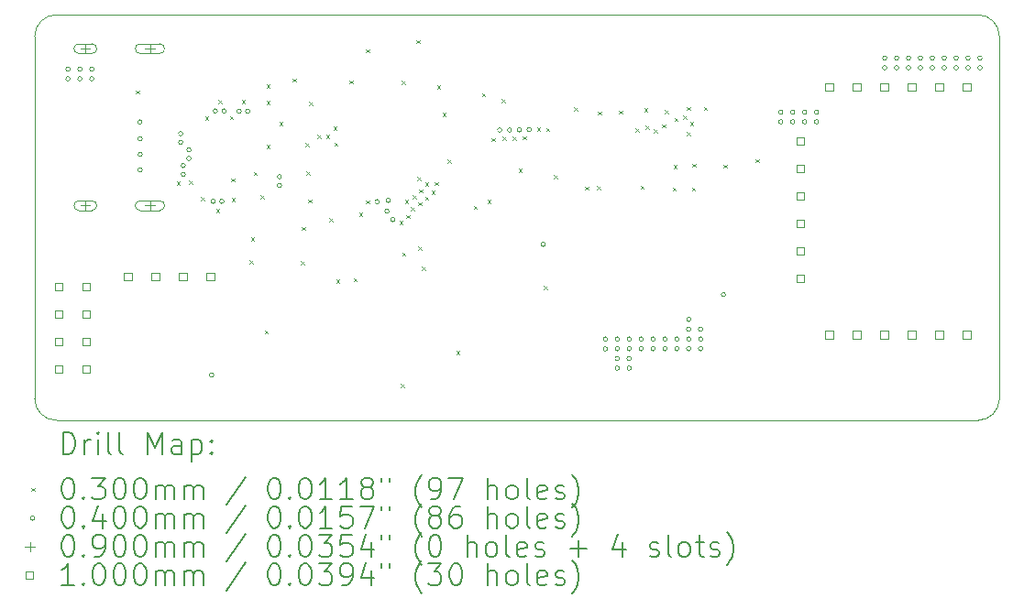
<source format=gbr>
%TF.GenerationSoftware,KiCad,Pcbnew,8.0.6*%
%TF.CreationDate,2024-12-27T23:55:05+01:00*%
%TF.ProjectId,koyomi-hdmi-lvds,6b6f796f-6d69-42d6-9864-6d692d6c7664,rev?*%
%TF.SameCoordinates,Original*%
%TF.FileFunction,Drillmap*%
%TF.FilePolarity,Positive*%
%FSLAX45Y45*%
G04 Gerber Fmt 4.5, Leading zero omitted, Abs format (unit mm)*
G04 Created by KiCad (PCBNEW 8.0.6) date 2024-12-27 23:55:05*
%MOMM*%
%LPD*%
G01*
G04 APERTURE LIST*
%ADD10C,0.010000*%
%ADD11C,0.200000*%
%ADD12C,0.100000*%
G04 APERTURE END LIST*
D10*
X6807000Y-4618000D02*
X15317000Y-4618000D01*
X15317000Y-8368000D02*
X6807000Y-8368000D01*
X15517000Y-4818000D02*
X15517000Y-8168000D01*
X6807000Y-8368000D02*
G75*
G02*
X6607000Y-8168000I0J200000D01*
G01*
X15517000Y-8168000D02*
G75*
G02*
X15317000Y-8368000I-200000J0D01*
G01*
X6607000Y-8168000D02*
X6607000Y-4818000D01*
X15317000Y-4618000D02*
G75*
G02*
X15517000Y-4818000I0J-200000D01*
G01*
X6607000Y-4818000D02*
G75*
G02*
X6807000Y-4618000I200000J0D01*
G01*
D11*
D12*
X7543000Y-5319000D02*
X7573000Y-5349000D01*
X7573000Y-5319000D02*
X7543000Y-5349000D01*
X7918000Y-6158000D02*
X7948000Y-6188000D01*
X7948000Y-6158000D02*
X7918000Y-6188000D01*
X8031000Y-6152000D02*
X8061000Y-6182000D01*
X8061000Y-6152000D02*
X8031000Y-6182000D01*
X8142000Y-6305000D02*
X8172000Y-6335000D01*
X8172000Y-6305000D02*
X8142000Y-6335000D01*
X8180000Y-5561000D02*
X8210000Y-5591000D01*
X8210000Y-5561000D02*
X8180000Y-5591000D01*
X8283000Y-6412000D02*
X8313000Y-6442000D01*
X8313000Y-6412000D02*
X8283000Y-6442000D01*
X8305000Y-5406000D02*
X8335000Y-5436000D01*
X8335000Y-5406000D02*
X8305000Y-5436000D01*
X8409000Y-5556000D02*
X8439000Y-5586000D01*
X8439000Y-5556000D02*
X8409000Y-5586000D01*
X8422000Y-6132000D02*
X8452000Y-6162000D01*
X8452000Y-6132000D02*
X8422000Y-6162000D01*
X8425000Y-6312000D02*
X8455000Y-6342000D01*
X8455000Y-6312000D02*
X8425000Y-6342000D01*
X8520000Y-5408716D02*
X8550000Y-5438716D01*
X8550000Y-5408716D02*
X8520000Y-5438716D01*
X8593000Y-6887000D02*
X8623000Y-6917000D01*
X8623000Y-6887000D02*
X8593000Y-6917000D01*
X8603000Y-6679000D02*
X8633000Y-6709000D01*
X8633000Y-6679000D02*
X8603000Y-6709000D01*
X8631061Y-6072020D02*
X8661061Y-6102020D01*
X8661061Y-6072020D02*
X8631061Y-6102020D01*
X8695000Y-6285000D02*
X8725000Y-6315000D01*
X8725000Y-6285000D02*
X8695000Y-6315000D01*
X8730000Y-7536000D02*
X8760000Y-7566000D01*
X8760000Y-7536000D02*
X8730000Y-7566000D01*
X8746000Y-5261000D02*
X8776000Y-5291000D01*
X8776000Y-5261000D02*
X8746000Y-5291000D01*
X8747543Y-5821000D02*
X8777543Y-5851000D01*
X8777543Y-5821000D02*
X8747543Y-5851000D01*
X8748000Y-5416000D02*
X8778000Y-5446000D01*
X8778000Y-5416000D02*
X8748000Y-5446000D01*
X8865000Y-5612000D02*
X8895000Y-5642000D01*
X8895000Y-5612000D02*
X8865000Y-5642000D01*
X8989000Y-5207000D02*
X9019000Y-5237000D01*
X9019000Y-5207000D02*
X8989000Y-5237000D01*
X9067392Y-6896345D02*
X9097392Y-6926345D01*
X9097392Y-6896345D02*
X9067392Y-6926345D01*
X9074000Y-6578000D02*
X9104000Y-6608000D01*
X9104000Y-6578000D02*
X9074000Y-6608000D01*
X9108574Y-5806000D02*
X9138574Y-5836000D01*
X9138574Y-5806000D02*
X9108574Y-5836000D01*
X9117000Y-6066000D02*
X9147000Y-6096000D01*
X9147000Y-6066000D02*
X9117000Y-6096000D01*
X9135000Y-6326000D02*
X9165000Y-6356000D01*
X9165000Y-6326000D02*
X9135000Y-6356000D01*
X9141863Y-5425905D02*
X9171863Y-5455905D01*
X9171863Y-5425905D02*
X9141863Y-5455905D01*
X9218200Y-5730149D02*
X9248200Y-5760149D01*
X9248200Y-5730149D02*
X9218200Y-5760149D01*
X9298200Y-5730149D02*
X9328200Y-5760149D01*
X9328200Y-5730149D02*
X9298200Y-5760149D01*
X9326000Y-6497000D02*
X9356000Y-6527000D01*
X9356000Y-6497000D02*
X9326000Y-6527000D01*
X9365000Y-5652000D02*
X9395000Y-5682000D01*
X9395000Y-5652000D02*
X9365000Y-5682000D01*
X9375000Y-5800000D02*
X9405000Y-5830000D01*
X9405000Y-5800000D02*
X9375000Y-5830000D01*
X9393000Y-7064000D02*
X9423000Y-7094000D01*
X9423000Y-7064000D02*
X9393000Y-7094000D01*
X9512000Y-5225000D02*
X9542000Y-5255000D01*
X9542000Y-5225000D02*
X9512000Y-5255000D01*
X9551000Y-7054000D02*
X9581000Y-7084000D01*
X9581000Y-7054000D02*
X9551000Y-7084000D01*
X9604595Y-6450000D02*
X9634595Y-6480000D01*
X9634595Y-6450000D02*
X9604595Y-6480000D01*
X9664550Y-4938000D02*
X9694550Y-4968000D01*
X9694550Y-4938000D02*
X9664550Y-4968000D01*
X9667000Y-6332000D02*
X9697000Y-6362000D01*
X9697000Y-6332000D02*
X9667000Y-6362000D01*
X9976000Y-6525000D02*
X10006000Y-6555000D01*
X10006000Y-6525000D02*
X9976000Y-6555000D01*
X9986000Y-8032000D02*
X10016000Y-8062000D01*
X10016000Y-8032000D02*
X9986000Y-8062000D01*
X9996000Y-5230000D02*
X10026000Y-5260000D01*
X10026000Y-5230000D02*
X9996000Y-5260000D01*
X10000000Y-6817000D02*
X10030000Y-6847000D01*
X10030000Y-6817000D02*
X10000000Y-6847000D01*
X10028000Y-6330000D02*
X10058000Y-6360000D01*
X10058000Y-6330000D02*
X10028000Y-6360000D01*
X10037000Y-6468000D02*
X10067000Y-6498000D01*
X10067000Y-6468000D02*
X10037000Y-6498000D01*
X10083000Y-6398000D02*
X10113000Y-6428000D01*
X10113000Y-6398000D02*
X10083000Y-6428000D01*
X10097000Y-6287000D02*
X10127000Y-6317000D01*
X10127000Y-6287000D02*
X10097000Y-6317000D01*
X10134000Y-4851000D02*
X10164000Y-4881000D01*
X10164000Y-4851000D02*
X10134000Y-4881000D01*
X10141000Y-6120000D02*
X10171000Y-6150000D01*
X10171000Y-6120000D02*
X10141000Y-6150000D01*
X10149211Y-6761240D02*
X10179211Y-6791240D01*
X10179211Y-6761240D02*
X10149211Y-6791240D01*
X10151000Y-6350000D02*
X10181000Y-6380000D01*
X10181000Y-6350000D02*
X10151000Y-6380000D01*
X10156000Y-6232000D02*
X10186000Y-6262000D01*
X10186000Y-6232000D02*
X10156000Y-6262000D01*
X10184318Y-6948886D02*
X10214318Y-6978886D01*
X10214318Y-6948886D02*
X10184318Y-6978886D01*
X10213000Y-6170000D02*
X10243000Y-6200000D01*
X10243000Y-6170000D02*
X10213000Y-6200000D01*
X10214000Y-6299000D02*
X10244000Y-6329000D01*
X10244000Y-6299000D02*
X10214000Y-6329000D01*
X10271299Y-6243171D02*
X10301299Y-6273171D01*
X10301299Y-6243171D02*
X10271299Y-6273171D01*
X10301000Y-6164000D02*
X10331000Y-6194000D01*
X10331000Y-6164000D02*
X10301000Y-6194000D01*
X10321000Y-5270000D02*
X10351000Y-5300000D01*
X10351000Y-5270000D02*
X10321000Y-5300000D01*
X10372000Y-5527000D02*
X10402000Y-5557000D01*
X10402000Y-5527000D02*
X10372000Y-5557000D01*
X10420000Y-5956000D02*
X10450000Y-5986000D01*
X10450000Y-5956000D02*
X10420000Y-5986000D01*
X10500000Y-7728000D02*
X10530000Y-7758000D01*
X10530000Y-7728000D02*
X10500000Y-7758000D01*
X10660500Y-6386500D02*
X10690500Y-6416500D01*
X10690500Y-6386500D02*
X10660500Y-6416500D01*
X10739000Y-5344000D02*
X10769000Y-5374000D01*
X10769000Y-5344000D02*
X10739000Y-5374000D01*
X10787000Y-6329000D02*
X10817000Y-6359000D01*
X10817000Y-6329000D02*
X10787000Y-6359000D01*
X10824957Y-5756749D02*
X10854957Y-5786749D01*
X10854957Y-5756749D02*
X10824957Y-5786749D01*
X10919000Y-5396000D02*
X10949000Y-5426000D01*
X10949000Y-5396000D02*
X10919000Y-5426000D01*
X10930000Y-5744000D02*
X10960000Y-5774000D01*
X10960000Y-5744000D02*
X10930000Y-5774000D01*
X11022000Y-5747000D02*
X11052000Y-5777000D01*
X11052000Y-5747000D02*
X11022000Y-5777000D01*
X11077000Y-6043000D02*
X11107000Y-6073000D01*
X11107000Y-6043000D02*
X11077000Y-6073000D01*
X11114000Y-5741000D02*
X11144000Y-5771000D01*
X11144000Y-5741000D02*
X11114000Y-5771000D01*
X11247000Y-5663000D02*
X11277000Y-5693000D01*
X11277000Y-5663000D02*
X11247000Y-5693000D01*
X11311000Y-7126000D02*
X11341000Y-7156000D01*
X11341000Y-7126000D02*
X11311000Y-7156000D01*
X11328800Y-5663200D02*
X11358800Y-5693200D01*
X11358800Y-5663200D02*
X11328800Y-5693200D01*
X11404000Y-6099000D02*
X11434000Y-6129000D01*
X11434000Y-6099000D02*
X11404000Y-6129000D01*
X11588000Y-5474500D02*
X11618000Y-5504500D01*
X11618000Y-5474500D02*
X11588000Y-5504500D01*
X11688000Y-6207000D02*
X11718000Y-6237000D01*
X11718000Y-6207000D02*
X11688000Y-6237000D01*
X11802000Y-6202000D02*
X11832000Y-6232000D01*
X11832000Y-6202000D02*
X11802000Y-6232000D01*
X11808000Y-5513000D02*
X11838000Y-5543000D01*
X11838000Y-5513000D02*
X11808000Y-5543000D01*
X12003000Y-5505000D02*
X12033000Y-5535000D01*
X12033000Y-5505000D02*
X12003000Y-5535000D01*
X12156000Y-5669000D02*
X12186000Y-5699000D01*
X12186000Y-5669000D02*
X12156000Y-5699000D01*
X12201976Y-6197827D02*
X12231976Y-6227827D01*
X12231976Y-6197827D02*
X12201976Y-6227827D01*
X12237000Y-5482000D02*
X12267000Y-5512000D01*
X12267000Y-5482000D02*
X12237000Y-5512000D01*
X12251000Y-5646000D02*
X12281000Y-5676000D01*
X12281000Y-5646000D02*
X12251000Y-5676000D01*
X12325573Y-5676573D02*
X12355573Y-5706573D01*
X12355573Y-5676573D02*
X12325573Y-5706573D01*
X12403000Y-5633000D02*
X12433000Y-5663000D01*
X12433000Y-5633000D02*
X12403000Y-5663000D01*
X12425000Y-5500000D02*
X12455000Y-5530000D01*
X12455000Y-5500000D02*
X12425000Y-5530000D01*
X12498000Y-6217000D02*
X12528000Y-6247000D01*
X12528000Y-6217000D02*
X12498000Y-6247000D01*
X12507000Y-6008000D02*
X12537000Y-6038000D01*
X12537000Y-6008000D02*
X12507000Y-6038000D01*
X12517000Y-5571451D02*
X12547000Y-5601451D01*
X12547000Y-5571451D02*
X12517000Y-5601451D01*
X12595000Y-5549000D02*
X12625000Y-5579000D01*
X12625000Y-5549000D02*
X12595000Y-5579000D01*
X12631000Y-5472000D02*
X12661000Y-5502000D01*
X12661000Y-5472000D02*
X12631000Y-5502000D01*
X12632000Y-5705000D02*
X12662000Y-5735000D01*
X12662000Y-5705000D02*
X12632000Y-5735000D01*
X12659723Y-5611723D02*
X12689723Y-5641723D01*
X12689723Y-5611723D02*
X12659723Y-5641723D01*
X12678000Y-6214000D02*
X12708000Y-6244000D01*
X12708000Y-6214000D02*
X12678000Y-6244000D01*
X12679000Y-5995000D02*
X12709000Y-6025000D01*
X12709000Y-5995000D02*
X12679000Y-6025000D01*
X12787000Y-5471000D02*
X12817000Y-5501000D01*
X12817000Y-5471000D02*
X12787000Y-5501000D01*
X12967000Y-6005000D02*
X12997000Y-6035000D01*
X12997000Y-6005000D02*
X12967000Y-6035000D01*
X13267000Y-5954750D02*
X13297000Y-5984750D01*
X13297000Y-5954750D02*
X13267000Y-5984750D01*
X6934000Y-5121000D02*
G75*
G02*
X6894000Y-5121000I-20000J0D01*
G01*
X6894000Y-5121000D02*
G75*
G02*
X6934000Y-5121000I20000J0D01*
G01*
X6934000Y-5211000D02*
G75*
G02*
X6894000Y-5211000I-20000J0D01*
G01*
X6894000Y-5211000D02*
G75*
G02*
X6934000Y-5211000I20000J0D01*
G01*
X7044000Y-5121000D02*
G75*
G02*
X7004000Y-5121000I-20000J0D01*
G01*
X7004000Y-5121000D02*
G75*
G02*
X7044000Y-5121000I20000J0D01*
G01*
X7044000Y-5211000D02*
G75*
G02*
X7004000Y-5211000I-20000J0D01*
G01*
X7004000Y-5211000D02*
G75*
G02*
X7044000Y-5211000I20000J0D01*
G01*
X7154000Y-5121000D02*
G75*
G02*
X7114000Y-5121000I-20000J0D01*
G01*
X7114000Y-5121000D02*
G75*
G02*
X7154000Y-5121000I20000J0D01*
G01*
X7154000Y-5211000D02*
G75*
G02*
X7114000Y-5211000I-20000J0D01*
G01*
X7114000Y-5211000D02*
G75*
G02*
X7154000Y-5211000I20000J0D01*
G01*
X7599000Y-5610000D02*
G75*
G02*
X7559000Y-5610000I-20000J0D01*
G01*
X7559000Y-5610000D02*
G75*
G02*
X7599000Y-5610000I20000J0D01*
G01*
X7600000Y-5763000D02*
G75*
G02*
X7560000Y-5763000I-20000J0D01*
G01*
X7560000Y-5763000D02*
G75*
G02*
X7600000Y-5763000I20000J0D01*
G01*
X7600000Y-6052000D02*
G75*
G02*
X7560000Y-6052000I-20000J0D01*
G01*
X7560000Y-6052000D02*
G75*
G02*
X7600000Y-6052000I20000J0D01*
G01*
X7601000Y-5910000D02*
G75*
G02*
X7561000Y-5910000I-20000J0D01*
G01*
X7561000Y-5910000D02*
G75*
G02*
X7601000Y-5910000I20000J0D01*
G01*
X7975178Y-5717000D02*
G75*
G02*
X7935178Y-5717000I-20000J0D01*
G01*
X7935178Y-5717000D02*
G75*
G02*
X7975178Y-5717000I20000J0D01*
G01*
X7975178Y-5797000D02*
G75*
G02*
X7935178Y-5797000I-20000J0D01*
G01*
X7935178Y-5797000D02*
G75*
G02*
X7975178Y-5797000I20000J0D01*
G01*
X7998588Y-6013000D02*
G75*
G02*
X7958588Y-6013000I-20000J0D01*
G01*
X7958588Y-6013000D02*
G75*
G02*
X7998588Y-6013000I20000J0D01*
G01*
X7998588Y-6093000D02*
G75*
G02*
X7958588Y-6093000I-20000J0D01*
G01*
X7958588Y-6093000D02*
G75*
G02*
X7998588Y-6093000I20000J0D01*
G01*
X8051017Y-5867000D02*
G75*
G02*
X8011017Y-5867000I-20000J0D01*
G01*
X8011017Y-5867000D02*
G75*
G02*
X8051017Y-5867000I20000J0D01*
G01*
X8051017Y-5947000D02*
G75*
G02*
X8011017Y-5947000I-20000J0D01*
G01*
X8011017Y-5947000D02*
G75*
G02*
X8051017Y-5947000I20000J0D01*
G01*
X8260000Y-7949000D02*
G75*
G02*
X8220000Y-7949000I-20000J0D01*
G01*
X8220000Y-7949000D02*
G75*
G02*
X8260000Y-7949000I20000J0D01*
G01*
X8275000Y-6343000D02*
G75*
G02*
X8235000Y-6343000I-20000J0D01*
G01*
X8235000Y-6343000D02*
G75*
G02*
X8275000Y-6343000I20000J0D01*
G01*
X8295000Y-5508000D02*
G75*
G02*
X8255000Y-5508000I-20000J0D01*
G01*
X8255000Y-5508000D02*
G75*
G02*
X8295000Y-5508000I20000J0D01*
G01*
X8355000Y-6343000D02*
G75*
G02*
X8315000Y-6343000I-20000J0D01*
G01*
X8315000Y-6343000D02*
G75*
G02*
X8355000Y-6343000I20000J0D01*
G01*
X8375000Y-5508000D02*
G75*
G02*
X8335000Y-5508000I-20000J0D01*
G01*
X8335000Y-5508000D02*
G75*
G02*
X8375000Y-5508000I20000J0D01*
G01*
X8514000Y-5510000D02*
G75*
G02*
X8474000Y-5510000I-20000J0D01*
G01*
X8474000Y-5510000D02*
G75*
G02*
X8514000Y-5510000I20000J0D01*
G01*
X8594000Y-5510000D02*
G75*
G02*
X8554000Y-5510000I-20000J0D01*
G01*
X8554000Y-5510000D02*
G75*
G02*
X8594000Y-5510000I20000J0D01*
G01*
X8886661Y-6116000D02*
G75*
G02*
X8846661Y-6116000I-20000J0D01*
G01*
X8846661Y-6116000D02*
G75*
G02*
X8886661Y-6116000I20000J0D01*
G01*
X8886661Y-6196000D02*
G75*
G02*
X8846661Y-6196000I-20000J0D01*
G01*
X8846661Y-6196000D02*
G75*
G02*
X8886661Y-6196000I20000J0D01*
G01*
X9788000Y-6346000D02*
G75*
G02*
X9748000Y-6346000I-20000J0D01*
G01*
X9748000Y-6346000D02*
G75*
G02*
X9788000Y-6346000I20000J0D01*
G01*
X9880443Y-6435639D02*
G75*
G02*
X9840443Y-6435639I-20000J0D01*
G01*
X9840443Y-6435639D02*
G75*
G02*
X9880443Y-6435639I20000J0D01*
G01*
X9892993Y-6333993D02*
G75*
G02*
X9852993Y-6333993I-20000J0D01*
G01*
X9852993Y-6333993D02*
G75*
G02*
X9892993Y-6333993I20000J0D01*
G01*
X9935000Y-6512000D02*
G75*
G02*
X9895000Y-6512000I-20000J0D01*
G01*
X9895000Y-6512000D02*
G75*
G02*
X9935000Y-6512000I20000J0D01*
G01*
X10922000Y-5684000D02*
G75*
G02*
X10882000Y-5684000I-20000J0D01*
G01*
X10882000Y-5684000D02*
G75*
G02*
X10922000Y-5684000I20000J0D01*
G01*
X11012000Y-5684000D02*
G75*
G02*
X10972000Y-5684000I-20000J0D01*
G01*
X10972000Y-5684000D02*
G75*
G02*
X11012000Y-5684000I20000J0D01*
G01*
X11102000Y-5683000D02*
G75*
G02*
X11062000Y-5683000I-20000J0D01*
G01*
X11062000Y-5683000D02*
G75*
G02*
X11102000Y-5683000I20000J0D01*
G01*
X11194000Y-5680000D02*
G75*
G02*
X11154000Y-5680000I-20000J0D01*
G01*
X11154000Y-5680000D02*
G75*
G02*
X11194000Y-5680000I20000J0D01*
G01*
X11324000Y-6742000D02*
G75*
G02*
X11284000Y-6742000I-20000J0D01*
G01*
X11284000Y-6742000D02*
G75*
G02*
X11324000Y-6742000I20000J0D01*
G01*
X11897000Y-7615500D02*
G75*
G02*
X11857000Y-7615500I-20000J0D01*
G01*
X11857000Y-7615500D02*
G75*
G02*
X11897000Y-7615500I20000J0D01*
G01*
X11897000Y-7708000D02*
G75*
G02*
X11857000Y-7708000I-20000J0D01*
G01*
X11857000Y-7708000D02*
G75*
G02*
X11897000Y-7708000I20000J0D01*
G01*
X12007000Y-7615500D02*
G75*
G02*
X11967000Y-7615500I-20000J0D01*
G01*
X11967000Y-7615500D02*
G75*
G02*
X12007000Y-7615500I20000J0D01*
G01*
X12007000Y-7705500D02*
G75*
G02*
X11967000Y-7705500I-20000J0D01*
G01*
X11967000Y-7705500D02*
G75*
G02*
X12007000Y-7705500I20000J0D01*
G01*
X12007000Y-7795500D02*
G75*
G02*
X11967000Y-7795500I-20000J0D01*
G01*
X11967000Y-7795500D02*
G75*
G02*
X12007000Y-7795500I20000J0D01*
G01*
X12007000Y-7885500D02*
G75*
G02*
X11967000Y-7885500I-20000J0D01*
G01*
X11967000Y-7885500D02*
G75*
G02*
X12007000Y-7885500I20000J0D01*
G01*
X12117000Y-7615500D02*
G75*
G02*
X12077000Y-7615500I-20000J0D01*
G01*
X12077000Y-7615500D02*
G75*
G02*
X12117000Y-7615500I20000J0D01*
G01*
X12117000Y-7705500D02*
G75*
G02*
X12077000Y-7705500I-20000J0D01*
G01*
X12077000Y-7705500D02*
G75*
G02*
X12117000Y-7705500I20000J0D01*
G01*
X12117000Y-7795500D02*
G75*
G02*
X12077000Y-7795500I-20000J0D01*
G01*
X12077000Y-7795500D02*
G75*
G02*
X12117000Y-7795500I20000J0D01*
G01*
X12117000Y-7885500D02*
G75*
G02*
X12077000Y-7885500I-20000J0D01*
G01*
X12077000Y-7885500D02*
G75*
G02*
X12117000Y-7885500I20000J0D01*
G01*
X12227000Y-7615500D02*
G75*
G02*
X12187000Y-7615500I-20000J0D01*
G01*
X12187000Y-7615500D02*
G75*
G02*
X12227000Y-7615500I20000J0D01*
G01*
X12227000Y-7705500D02*
G75*
G02*
X12187000Y-7705500I-20000J0D01*
G01*
X12187000Y-7705500D02*
G75*
G02*
X12227000Y-7705500I20000J0D01*
G01*
X12337000Y-7615500D02*
G75*
G02*
X12297000Y-7615500I-20000J0D01*
G01*
X12297000Y-7615500D02*
G75*
G02*
X12337000Y-7615500I20000J0D01*
G01*
X12337000Y-7705500D02*
G75*
G02*
X12297000Y-7705500I-20000J0D01*
G01*
X12297000Y-7705500D02*
G75*
G02*
X12337000Y-7705500I20000J0D01*
G01*
X12447000Y-7615500D02*
G75*
G02*
X12407000Y-7615500I-20000J0D01*
G01*
X12407000Y-7615500D02*
G75*
G02*
X12447000Y-7615500I20000J0D01*
G01*
X12447000Y-7705500D02*
G75*
G02*
X12407000Y-7705500I-20000J0D01*
G01*
X12407000Y-7705500D02*
G75*
G02*
X12447000Y-7705500I20000J0D01*
G01*
X12557000Y-7615500D02*
G75*
G02*
X12517000Y-7615500I-20000J0D01*
G01*
X12517000Y-7615500D02*
G75*
G02*
X12557000Y-7615500I20000J0D01*
G01*
X12557000Y-7705500D02*
G75*
G02*
X12517000Y-7705500I-20000J0D01*
G01*
X12517000Y-7705500D02*
G75*
G02*
X12557000Y-7705500I20000J0D01*
G01*
X12667000Y-7435500D02*
G75*
G02*
X12627000Y-7435500I-20000J0D01*
G01*
X12627000Y-7435500D02*
G75*
G02*
X12667000Y-7435500I20000J0D01*
G01*
X12667000Y-7525500D02*
G75*
G02*
X12627000Y-7525500I-20000J0D01*
G01*
X12627000Y-7525500D02*
G75*
G02*
X12667000Y-7525500I20000J0D01*
G01*
X12667000Y-7615500D02*
G75*
G02*
X12627000Y-7615500I-20000J0D01*
G01*
X12627000Y-7615500D02*
G75*
G02*
X12667000Y-7615500I20000J0D01*
G01*
X12667000Y-7705500D02*
G75*
G02*
X12627000Y-7705500I-20000J0D01*
G01*
X12627000Y-7705500D02*
G75*
G02*
X12667000Y-7705500I20000J0D01*
G01*
X12777000Y-7525500D02*
G75*
G02*
X12737000Y-7525500I-20000J0D01*
G01*
X12737000Y-7525500D02*
G75*
G02*
X12777000Y-7525500I20000J0D01*
G01*
X12777000Y-7615500D02*
G75*
G02*
X12737000Y-7615500I-20000J0D01*
G01*
X12737000Y-7615500D02*
G75*
G02*
X12777000Y-7615500I20000J0D01*
G01*
X12777000Y-7705500D02*
G75*
G02*
X12737000Y-7705500I-20000J0D01*
G01*
X12737000Y-7705500D02*
G75*
G02*
X12777000Y-7705500I20000J0D01*
G01*
X12987750Y-7206250D02*
G75*
G02*
X12947750Y-7206250I-20000J0D01*
G01*
X12947750Y-7206250D02*
G75*
G02*
X12987750Y-7206250I20000J0D01*
G01*
X13517000Y-5518000D02*
G75*
G02*
X13477000Y-5518000I-20000J0D01*
G01*
X13477000Y-5518000D02*
G75*
G02*
X13517000Y-5518000I20000J0D01*
G01*
X13517000Y-5608000D02*
G75*
G02*
X13477000Y-5608000I-20000J0D01*
G01*
X13477000Y-5608000D02*
G75*
G02*
X13517000Y-5608000I20000J0D01*
G01*
X13627000Y-5518000D02*
G75*
G02*
X13587000Y-5518000I-20000J0D01*
G01*
X13587000Y-5518000D02*
G75*
G02*
X13627000Y-5518000I20000J0D01*
G01*
X13627000Y-5608000D02*
G75*
G02*
X13587000Y-5608000I-20000J0D01*
G01*
X13587000Y-5608000D02*
G75*
G02*
X13627000Y-5608000I20000J0D01*
G01*
X13737000Y-5518000D02*
G75*
G02*
X13697000Y-5518000I-20000J0D01*
G01*
X13697000Y-5518000D02*
G75*
G02*
X13737000Y-5518000I20000J0D01*
G01*
X13737000Y-5608000D02*
G75*
G02*
X13697000Y-5608000I-20000J0D01*
G01*
X13697000Y-5608000D02*
G75*
G02*
X13737000Y-5608000I20000J0D01*
G01*
X13847000Y-5518000D02*
G75*
G02*
X13807000Y-5518000I-20000J0D01*
G01*
X13807000Y-5518000D02*
G75*
G02*
X13847000Y-5518000I20000J0D01*
G01*
X13847000Y-5608000D02*
G75*
G02*
X13807000Y-5608000I-20000J0D01*
G01*
X13807000Y-5608000D02*
G75*
G02*
X13847000Y-5608000I20000J0D01*
G01*
X14477000Y-5018000D02*
G75*
G02*
X14437000Y-5018000I-20000J0D01*
G01*
X14437000Y-5018000D02*
G75*
G02*
X14477000Y-5018000I20000J0D01*
G01*
X14477000Y-5108000D02*
G75*
G02*
X14437000Y-5108000I-20000J0D01*
G01*
X14437000Y-5108000D02*
G75*
G02*
X14477000Y-5108000I20000J0D01*
G01*
X14587000Y-5018000D02*
G75*
G02*
X14547000Y-5018000I-20000J0D01*
G01*
X14547000Y-5018000D02*
G75*
G02*
X14587000Y-5018000I20000J0D01*
G01*
X14587000Y-5108000D02*
G75*
G02*
X14547000Y-5108000I-20000J0D01*
G01*
X14547000Y-5108000D02*
G75*
G02*
X14587000Y-5108000I20000J0D01*
G01*
X14697000Y-5018000D02*
G75*
G02*
X14657000Y-5018000I-20000J0D01*
G01*
X14657000Y-5018000D02*
G75*
G02*
X14697000Y-5018000I20000J0D01*
G01*
X14697000Y-5108000D02*
G75*
G02*
X14657000Y-5108000I-20000J0D01*
G01*
X14657000Y-5108000D02*
G75*
G02*
X14697000Y-5108000I20000J0D01*
G01*
X14807000Y-5018000D02*
G75*
G02*
X14767000Y-5018000I-20000J0D01*
G01*
X14767000Y-5018000D02*
G75*
G02*
X14807000Y-5018000I20000J0D01*
G01*
X14807000Y-5108000D02*
G75*
G02*
X14767000Y-5108000I-20000J0D01*
G01*
X14767000Y-5108000D02*
G75*
G02*
X14807000Y-5108000I20000J0D01*
G01*
X14917000Y-5018000D02*
G75*
G02*
X14877000Y-5018000I-20000J0D01*
G01*
X14877000Y-5018000D02*
G75*
G02*
X14917000Y-5018000I20000J0D01*
G01*
X14917000Y-5108000D02*
G75*
G02*
X14877000Y-5108000I-20000J0D01*
G01*
X14877000Y-5108000D02*
G75*
G02*
X14917000Y-5108000I20000J0D01*
G01*
X15027000Y-5018000D02*
G75*
G02*
X14987000Y-5018000I-20000J0D01*
G01*
X14987000Y-5018000D02*
G75*
G02*
X15027000Y-5018000I20000J0D01*
G01*
X15027000Y-5108000D02*
G75*
G02*
X14987000Y-5108000I-20000J0D01*
G01*
X14987000Y-5108000D02*
G75*
G02*
X15027000Y-5108000I20000J0D01*
G01*
X15137000Y-5018000D02*
G75*
G02*
X15097000Y-5018000I-20000J0D01*
G01*
X15097000Y-5018000D02*
G75*
G02*
X15137000Y-5018000I20000J0D01*
G01*
X15137000Y-5108000D02*
G75*
G02*
X15097000Y-5108000I-20000J0D01*
G01*
X15097000Y-5108000D02*
G75*
G02*
X15137000Y-5108000I20000J0D01*
G01*
X15247000Y-5018000D02*
G75*
G02*
X15207000Y-5018000I-20000J0D01*
G01*
X15207000Y-5018000D02*
G75*
G02*
X15247000Y-5018000I20000J0D01*
G01*
X15247000Y-5108000D02*
G75*
G02*
X15207000Y-5108000I-20000J0D01*
G01*
X15207000Y-5108000D02*
G75*
G02*
X15247000Y-5108000I20000J0D01*
G01*
X15357000Y-5018000D02*
G75*
G02*
X15317000Y-5018000I-20000J0D01*
G01*
X15317000Y-5018000D02*
G75*
G02*
X15357000Y-5018000I20000J0D01*
G01*
X15357000Y-5108000D02*
G75*
G02*
X15317000Y-5108000I-20000J0D01*
G01*
X15317000Y-5108000D02*
G75*
G02*
X15357000Y-5108000I20000J0D01*
G01*
X7075000Y-4886999D02*
X7075000Y-4977001D01*
X7029999Y-4932000D02*
X7120001Y-4932000D01*
X7134995Y-4886999D02*
X7015005Y-4886999D01*
X7015005Y-4977001D02*
G75*
G02*
X7015005Y-4886999I0J45001D01*
G01*
X7015005Y-4977001D02*
X7134995Y-4977001D01*
X7134995Y-4977001D02*
G75*
G03*
X7134995Y-4886999I0J45001D01*
G01*
X7075000Y-6336999D02*
X7075000Y-6427001D01*
X7029999Y-6382000D02*
X7120001Y-6382000D01*
X7134995Y-6336999D02*
X7015005Y-6336999D01*
X7015005Y-6427001D02*
G75*
G02*
X7015005Y-6336999I0J45001D01*
G01*
X7015005Y-6427001D02*
X7134995Y-6427001D01*
X7134995Y-6427001D02*
G75*
G03*
X7134995Y-6336999I0J45001D01*
G01*
X7671000Y-4886999D02*
X7671000Y-4977001D01*
X7625999Y-4932000D02*
X7716001Y-4932000D01*
X7760992Y-4886999D02*
X7581008Y-4886999D01*
X7581008Y-4977001D02*
G75*
G02*
X7581008Y-4886999I0J45001D01*
G01*
X7581008Y-4977001D02*
X7760992Y-4977001D01*
X7760992Y-4977001D02*
G75*
G03*
X7760992Y-4886999I0J45001D01*
G01*
X7671000Y-6336999D02*
X7671000Y-6427001D01*
X7625999Y-6382000D02*
X7716001Y-6382000D01*
X7760992Y-6336999D02*
X7581008Y-6336999D01*
X7581008Y-6427001D02*
G75*
G02*
X7581008Y-6336999I0J45001D01*
G01*
X7581008Y-6427001D02*
X7760992Y-6427001D01*
X7760992Y-6427001D02*
G75*
G03*
X7760992Y-6336999I0J45001D01*
G01*
X6862356Y-7168856D02*
X6862356Y-7098144D01*
X6791644Y-7098144D01*
X6791644Y-7168856D01*
X6862356Y-7168856D01*
X6862356Y-7422856D02*
X6862356Y-7352144D01*
X6791644Y-7352144D01*
X6791644Y-7422856D01*
X6862356Y-7422856D01*
X6862356Y-7676856D02*
X6862356Y-7606144D01*
X6791644Y-7606144D01*
X6791644Y-7676856D01*
X6862356Y-7676856D01*
X6862356Y-7930856D02*
X6862356Y-7860144D01*
X6791644Y-7860144D01*
X6791644Y-7930856D01*
X6862356Y-7930856D01*
X7116356Y-7168856D02*
X7116356Y-7098144D01*
X7045644Y-7098144D01*
X7045644Y-7168856D01*
X7116356Y-7168856D01*
X7116356Y-7422856D02*
X7116356Y-7352144D01*
X7045644Y-7352144D01*
X7045644Y-7422856D01*
X7116356Y-7422856D01*
X7116356Y-7676856D02*
X7116356Y-7606144D01*
X7045644Y-7606144D01*
X7045644Y-7676856D01*
X7116356Y-7676856D01*
X7116356Y-7930856D02*
X7116356Y-7860144D01*
X7045644Y-7860144D01*
X7045644Y-7930856D01*
X7116356Y-7930856D01*
X7502356Y-7076356D02*
X7502356Y-7005644D01*
X7431644Y-7005644D01*
X7431644Y-7076356D01*
X7502356Y-7076356D01*
X7756356Y-7076356D02*
X7756356Y-7005644D01*
X7685644Y-7005644D01*
X7685644Y-7076356D01*
X7756356Y-7076356D01*
X8010356Y-7076356D02*
X8010356Y-7005644D01*
X7939644Y-7005644D01*
X7939644Y-7076356D01*
X8010356Y-7076356D01*
X8264356Y-7076356D02*
X8264356Y-7005644D01*
X8193644Y-7005644D01*
X8193644Y-7076356D01*
X8264356Y-7076356D01*
X13712356Y-5818856D02*
X13712356Y-5748144D01*
X13641644Y-5748144D01*
X13641644Y-5818856D01*
X13712356Y-5818856D01*
X13712356Y-6072856D02*
X13712356Y-6002144D01*
X13641644Y-6002144D01*
X13641644Y-6072856D01*
X13712356Y-6072856D01*
X13712356Y-6326856D02*
X13712356Y-6256144D01*
X13641644Y-6256144D01*
X13641644Y-6326856D01*
X13712356Y-6326856D01*
X13712356Y-6580856D02*
X13712356Y-6510144D01*
X13641644Y-6510144D01*
X13641644Y-6580856D01*
X13712356Y-6580856D01*
X13712356Y-6834856D02*
X13712356Y-6764144D01*
X13641644Y-6764144D01*
X13641644Y-6834856D01*
X13712356Y-6834856D01*
X13712356Y-7088856D02*
X13712356Y-7018144D01*
X13641644Y-7018144D01*
X13641644Y-7088856D01*
X13712356Y-7088856D01*
X13980356Y-5322856D02*
X13980356Y-5252144D01*
X13909644Y-5252144D01*
X13909644Y-5322856D01*
X13980356Y-5322856D01*
X13980356Y-7612856D02*
X13980356Y-7542144D01*
X13909644Y-7542144D01*
X13909644Y-7612856D01*
X13980356Y-7612856D01*
X14234356Y-5322856D02*
X14234356Y-5252144D01*
X14163644Y-5252144D01*
X14163644Y-5322856D01*
X14234356Y-5322856D01*
X14234356Y-7612856D02*
X14234356Y-7542144D01*
X14163644Y-7542144D01*
X14163644Y-7612856D01*
X14234356Y-7612856D01*
X14488356Y-5322856D02*
X14488356Y-5252144D01*
X14417644Y-5252144D01*
X14417644Y-5322856D01*
X14488356Y-5322856D01*
X14488356Y-7612856D02*
X14488356Y-7542144D01*
X14417644Y-7542144D01*
X14417644Y-7612856D01*
X14488356Y-7612856D01*
X14742356Y-5322856D02*
X14742356Y-5252144D01*
X14671644Y-5252144D01*
X14671644Y-5322856D01*
X14742356Y-5322856D01*
X14742356Y-7612856D02*
X14742356Y-7542144D01*
X14671644Y-7542144D01*
X14671644Y-7612856D01*
X14742356Y-7612856D01*
X14996356Y-5322856D02*
X14996356Y-5252144D01*
X14925644Y-5252144D01*
X14925644Y-5322856D01*
X14996356Y-5322856D01*
X14996356Y-7612856D02*
X14996356Y-7542144D01*
X14925644Y-7542144D01*
X14925644Y-7612856D01*
X14996356Y-7612856D01*
X15250356Y-5322856D02*
X15250356Y-5252144D01*
X15179644Y-5252144D01*
X15179644Y-5322856D01*
X15250356Y-5322856D01*
X15250356Y-7612856D02*
X15250356Y-7542144D01*
X15179644Y-7542144D01*
X15179644Y-7612856D01*
X15250356Y-7612856D01*
D11*
X6867277Y-8679984D02*
X6867277Y-8479984D01*
X6867277Y-8479984D02*
X6914896Y-8479984D01*
X6914896Y-8479984D02*
X6943467Y-8489508D01*
X6943467Y-8489508D02*
X6962515Y-8508555D01*
X6962515Y-8508555D02*
X6972039Y-8527603D01*
X6972039Y-8527603D02*
X6981562Y-8565698D01*
X6981562Y-8565698D02*
X6981562Y-8594270D01*
X6981562Y-8594270D02*
X6972039Y-8632365D01*
X6972039Y-8632365D02*
X6962515Y-8651412D01*
X6962515Y-8651412D02*
X6943467Y-8670460D01*
X6943467Y-8670460D02*
X6914896Y-8679984D01*
X6914896Y-8679984D02*
X6867277Y-8679984D01*
X7067277Y-8679984D02*
X7067277Y-8546650D01*
X7067277Y-8584746D02*
X7076801Y-8565698D01*
X7076801Y-8565698D02*
X7086324Y-8556174D01*
X7086324Y-8556174D02*
X7105372Y-8546650D01*
X7105372Y-8546650D02*
X7124420Y-8546650D01*
X7191086Y-8679984D02*
X7191086Y-8546650D01*
X7191086Y-8479984D02*
X7181562Y-8489508D01*
X7181562Y-8489508D02*
X7191086Y-8499031D01*
X7191086Y-8499031D02*
X7200610Y-8489508D01*
X7200610Y-8489508D02*
X7191086Y-8479984D01*
X7191086Y-8479984D02*
X7191086Y-8499031D01*
X7314896Y-8679984D02*
X7295848Y-8670460D01*
X7295848Y-8670460D02*
X7286324Y-8651412D01*
X7286324Y-8651412D02*
X7286324Y-8479984D01*
X7419658Y-8679984D02*
X7400610Y-8670460D01*
X7400610Y-8670460D02*
X7391086Y-8651412D01*
X7391086Y-8651412D02*
X7391086Y-8479984D01*
X7648229Y-8679984D02*
X7648229Y-8479984D01*
X7648229Y-8479984D02*
X7714896Y-8622841D01*
X7714896Y-8622841D02*
X7781562Y-8479984D01*
X7781562Y-8479984D02*
X7781562Y-8679984D01*
X7962515Y-8679984D02*
X7962515Y-8575222D01*
X7962515Y-8575222D02*
X7952991Y-8556174D01*
X7952991Y-8556174D02*
X7933943Y-8546650D01*
X7933943Y-8546650D02*
X7895848Y-8546650D01*
X7895848Y-8546650D02*
X7876801Y-8556174D01*
X7962515Y-8670460D02*
X7943467Y-8679984D01*
X7943467Y-8679984D02*
X7895848Y-8679984D01*
X7895848Y-8679984D02*
X7876801Y-8670460D01*
X7876801Y-8670460D02*
X7867277Y-8651412D01*
X7867277Y-8651412D02*
X7867277Y-8632365D01*
X7867277Y-8632365D02*
X7876801Y-8613317D01*
X7876801Y-8613317D02*
X7895848Y-8603793D01*
X7895848Y-8603793D02*
X7943467Y-8603793D01*
X7943467Y-8603793D02*
X7962515Y-8594270D01*
X8057753Y-8546650D02*
X8057753Y-8746650D01*
X8057753Y-8556174D02*
X8076801Y-8546650D01*
X8076801Y-8546650D02*
X8114896Y-8546650D01*
X8114896Y-8546650D02*
X8133943Y-8556174D01*
X8133943Y-8556174D02*
X8143467Y-8565698D01*
X8143467Y-8565698D02*
X8152991Y-8584746D01*
X8152991Y-8584746D02*
X8152991Y-8641889D01*
X8152991Y-8641889D02*
X8143467Y-8660936D01*
X8143467Y-8660936D02*
X8133943Y-8670460D01*
X8133943Y-8670460D02*
X8114896Y-8679984D01*
X8114896Y-8679984D02*
X8076801Y-8679984D01*
X8076801Y-8679984D02*
X8057753Y-8670460D01*
X8238705Y-8660936D02*
X8248229Y-8670460D01*
X8248229Y-8670460D02*
X8238705Y-8679984D01*
X8238705Y-8679984D02*
X8229182Y-8670460D01*
X8229182Y-8670460D02*
X8238705Y-8660936D01*
X8238705Y-8660936D02*
X8238705Y-8679984D01*
X8238705Y-8556174D02*
X8248229Y-8565698D01*
X8248229Y-8565698D02*
X8238705Y-8575222D01*
X8238705Y-8575222D02*
X8229182Y-8565698D01*
X8229182Y-8565698D02*
X8238705Y-8556174D01*
X8238705Y-8556174D02*
X8238705Y-8575222D01*
D12*
X6576500Y-8993500D02*
X6606500Y-9023500D01*
X6606500Y-8993500D02*
X6576500Y-9023500D01*
D11*
X6905372Y-8899984D02*
X6924420Y-8899984D01*
X6924420Y-8899984D02*
X6943467Y-8909508D01*
X6943467Y-8909508D02*
X6952991Y-8919031D01*
X6952991Y-8919031D02*
X6962515Y-8938079D01*
X6962515Y-8938079D02*
X6972039Y-8976174D01*
X6972039Y-8976174D02*
X6972039Y-9023793D01*
X6972039Y-9023793D02*
X6962515Y-9061889D01*
X6962515Y-9061889D02*
X6952991Y-9080936D01*
X6952991Y-9080936D02*
X6943467Y-9090460D01*
X6943467Y-9090460D02*
X6924420Y-9099984D01*
X6924420Y-9099984D02*
X6905372Y-9099984D01*
X6905372Y-9099984D02*
X6886324Y-9090460D01*
X6886324Y-9090460D02*
X6876801Y-9080936D01*
X6876801Y-9080936D02*
X6867277Y-9061889D01*
X6867277Y-9061889D02*
X6857753Y-9023793D01*
X6857753Y-9023793D02*
X6857753Y-8976174D01*
X6857753Y-8976174D02*
X6867277Y-8938079D01*
X6867277Y-8938079D02*
X6876801Y-8919031D01*
X6876801Y-8919031D02*
X6886324Y-8909508D01*
X6886324Y-8909508D02*
X6905372Y-8899984D01*
X7057753Y-9080936D02*
X7067277Y-9090460D01*
X7067277Y-9090460D02*
X7057753Y-9099984D01*
X7057753Y-9099984D02*
X7048229Y-9090460D01*
X7048229Y-9090460D02*
X7057753Y-9080936D01*
X7057753Y-9080936D02*
X7057753Y-9099984D01*
X7133943Y-8899984D02*
X7257753Y-8899984D01*
X7257753Y-8899984D02*
X7191086Y-8976174D01*
X7191086Y-8976174D02*
X7219658Y-8976174D01*
X7219658Y-8976174D02*
X7238705Y-8985698D01*
X7238705Y-8985698D02*
X7248229Y-8995222D01*
X7248229Y-8995222D02*
X7257753Y-9014270D01*
X7257753Y-9014270D02*
X7257753Y-9061889D01*
X7257753Y-9061889D02*
X7248229Y-9080936D01*
X7248229Y-9080936D02*
X7238705Y-9090460D01*
X7238705Y-9090460D02*
X7219658Y-9099984D01*
X7219658Y-9099984D02*
X7162515Y-9099984D01*
X7162515Y-9099984D02*
X7143467Y-9090460D01*
X7143467Y-9090460D02*
X7133943Y-9080936D01*
X7381562Y-8899984D02*
X7400610Y-8899984D01*
X7400610Y-8899984D02*
X7419658Y-8909508D01*
X7419658Y-8909508D02*
X7429182Y-8919031D01*
X7429182Y-8919031D02*
X7438705Y-8938079D01*
X7438705Y-8938079D02*
X7448229Y-8976174D01*
X7448229Y-8976174D02*
X7448229Y-9023793D01*
X7448229Y-9023793D02*
X7438705Y-9061889D01*
X7438705Y-9061889D02*
X7429182Y-9080936D01*
X7429182Y-9080936D02*
X7419658Y-9090460D01*
X7419658Y-9090460D02*
X7400610Y-9099984D01*
X7400610Y-9099984D02*
X7381562Y-9099984D01*
X7381562Y-9099984D02*
X7362515Y-9090460D01*
X7362515Y-9090460D02*
X7352991Y-9080936D01*
X7352991Y-9080936D02*
X7343467Y-9061889D01*
X7343467Y-9061889D02*
X7333943Y-9023793D01*
X7333943Y-9023793D02*
X7333943Y-8976174D01*
X7333943Y-8976174D02*
X7343467Y-8938079D01*
X7343467Y-8938079D02*
X7352991Y-8919031D01*
X7352991Y-8919031D02*
X7362515Y-8909508D01*
X7362515Y-8909508D02*
X7381562Y-8899984D01*
X7572039Y-8899984D02*
X7591086Y-8899984D01*
X7591086Y-8899984D02*
X7610134Y-8909508D01*
X7610134Y-8909508D02*
X7619658Y-8919031D01*
X7619658Y-8919031D02*
X7629182Y-8938079D01*
X7629182Y-8938079D02*
X7638705Y-8976174D01*
X7638705Y-8976174D02*
X7638705Y-9023793D01*
X7638705Y-9023793D02*
X7629182Y-9061889D01*
X7629182Y-9061889D02*
X7619658Y-9080936D01*
X7619658Y-9080936D02*
X7610134Y-9090460D01*
X7610134Y-9090460D02*
X7591086Y-9099984D01*
X7591086Y-9099984D02*
X7572039Y-9099984D01*
X7572039Y-9099984D02*
X7552991Y-9090460D01*
X7552991Y-9090460D02*
X7543467Y-9080936D01*
X7543467Y-9080936D02*
X7533943Y-9061889D01*
X7533943Y-9061889D02*
X7524420Y-9023793D01*
X7524420Y-9023793D02*
X7524420Y-8976174D01*
X7524420Y-8976174D02*
X7533943Y-8938079D01*
X7533943Y-8938079D02*
X7543467Y-8919031D01*
X7543467Y-8919031D02*
X7552991Y-8909508D01*
X7552991Y-8909508D02*
X7572039Y-8899984D01*
X7724420Y-9099984D02*
X7724420Y-8966650D01*
X7724420Y-8985698D02*
X7733943Y-8976174D01*
X7733943Y-8976174D02*
X7752991Y-8966650D01*
X7752991Y-8966650D02*
X7781563Y-8966650D01*
X7781563Y-8966650D02*
X7800610Y-8976174D01*
X7800610Y-8976174D02*
X7810134Y-8995222D01*
X7810134Y-8995222D02*
X7810134Y-9099984D01*
X7810134Y-8995222D02*
X7819658Y-8976174D01*
X7819658Y-8976174D02*
X7838705Y-8966650D01*
X7838705Y-8966650D02*
X7867277Y-8966650D01*
X7867277Y-8966650D02*
X7886324Y-8976174D01*
X7886324Y-8976174D02*
X7895848Y-8995222D01*
X7895848Y-8995222D02*
X7895848Y-9099984D01*
X7991086Y-9099984D02*
X7991086Y-8966650D01*
X7991086Y-8985698D02*
X8000610Y-8976174D01*
X8000610Y-8976174D02*
X8019658Y-8966650D01*
X8019658Y-8966650D02*
X8048229Y-8966650D01*
X8048229Y-8966650D02*
X8067277Y-8976174D01*
X8067277Y-8976174D02*
X8076801Y-8995222D01*
X8076801Y-8995222D02*
X8076801Y-9099984D01*
X8076801Y-8995222D02*
X8086324Y-8976174D01*
X8086324Y-8976174D02*
X8105372Y-8966650D01*
X8105372Y-8966650D02*
X8133943Y-8966650D01*
X8133943Y-8966650D02*
X8152991Y-8976174D01*
X8152991Y-8976174D02*
X8162515Y-8995222D01*
X8162515Y-8995222D02*
X8162515Y-9099984D01*
X8552991Y-8890460D02*
X8381563Y-9147603D01*
X8810134Y-8899984D02*
X8829182Y-8899984D01*
X8829182Y-8899984D02*
X8848229Y-8909508D01*
X8848229Y-8909508D02*
X8857753Y-8919031D01*
X8857753Y-8919031D02*
X8867277Y-8938079D01*
X8867277Y-8938079D02*
X8876801Y-8976174D01*
X8876801Y-8976174D02*
X8876801Y-9023793D01*
X8876801Y-9023793D02*
X8867277Y-9061889D01*
X8867277Y-9061889D02*
X8857753Y-9080936D01*
X8857753Y-9080936D02*
X8848229Y-9090460D01*
X8848229Y-9090460D02*
X8829182Y-9099984D01*
X8829182Y-9099984D02*
X8810134Y-9099984D01*
X8810134Y-9099984D02*
X8791087Y-9090460D01*
X8791087Y-9090460D02*
X8781563Y-9080936D01*
X8781563Y-9080936D02*
X8772039Y-9061889D01*
X8772039Y-9061889D02*
X8762515Y-9023793D01*
X8762515Y-9023793D02*
X8762515Y-8976174D01*
X8762515Y-8976174D02*
X8772039Y-8938079D01*
X8772039Y-8938079D02*
X8781563Y-8919031D01*
X8781563Y-8919031D02*
X8791087Y-8909508D01*
X8791087Y-8909508D02*
X8810134Y-8899984D01*
X8962515Y-9080936D02*
X8972039Y-9090460D01*
X8972039Y-9090460D02*
X8962515Y-9099984D01*
X8962515Y-9099984D02*
X8952991Y-9090460D01*
X8952991Y-9090460D02*
X8962515Y-9080936D01*
X8962515Y-9080936D02*
X8962515Y-9099984D01*
X9095848Y-8899984D02*
X9114896Y-8899984D01*
X9114896Y-8899984D02*
X9133944Y-8909508D01*
X9133944Y-8909508D02*
X9143468Y-8919031D01*
X9143468Y-8919031D02*
X9152991Y-8938079D01*
X9152991Y-8938079D02*
X9162515Y-8976174D01*
X9162515Y-8976174D02*
X9162515Y-9023793D01*
X9162515Y-9023793D02*
X9152991Y-9061889D01*
X9152991Y-9061889D02*
X9143468Y-9080936D01*
X9143468Y-9080936D02*
X9133944Y-9090460D01*
X9133944Y-9090460D02*
X9114896Y-9099984D01*
X9114896Y-9099984D02*
X9095848Y-9099984D01*
X9095848Y-9099984D02*
X9076801Y-9090460D01*
X9076801Y-9090460D02*
X9067277Y-9080936D01*
X9067277Y-9080936D02*
X9057753Y-9061889D01*
X9057753Y-9061889D02*
X9048229Y-9023793D01*
X9048229Y-9023793D02*
X9048229Y-8976174D01*
X9048229Y-8976174D02*
X9057753Y-8938079D01*
X9057753Y-8938079D02*
X9067277Y-8919031D01*
X9067277Y-8919031D02*
X9076801Y-8909508D01*
X9076801Y-8909508D02*
X9095848Y-8899984D01*
X9352991Y-9099984D02*
X9238706Y-9099984D01*
X9295848Y-9099984D02*
X9295848Y-8899984D01*
X9295848Y-8899984D02*
X9276801Y-8928555D01*
X9276801Y-8928555D02*
X9257753Y-8947603D01*
X9257753Y-8947603D02*
X9238706Y-8957127D01*
X9543468Y-9099984D02*
X9429182Y-9099984D01*
X9486325Y-9099984D02*
X9486325Y-8899984D01*
X9486325Y-8899984D02*
X9467277Y-8928555D01*
X9467277Y-8928555D02*
X9448229Y-8947603D01*
X9448229Y-8947603D02*
X9429182Y-8957127D01*
X9657753Y-8985698D02*
X9638706Y-8976174D01*
X9638706Y-8976174D02*
X9629182Y-8966650D01*
X9629182Y-8966650D02*
X9619658Y-8947603D01*
X9619658Y-8947603D02*
X9619658Y-8938079D01*
X9619658Y-8938079D02*
X9629182Y-8919031D01*
X9629182Y-8919031D02*
X9638706Y-8909508D01*
X9638706Y-8909508D02*
X9657753Y-8899984D01*
X9657753Y-8899984D02*
X9695849Y-8899984D01*
X9695849Y-8899984D02*
X9714896Y-8909508D01*
X9714896Y-8909508D02*
X9724420Y-8919031D01*
X9724420Y-8919031D02*
X9733944Y-8938079D01*
X9733944Y-8938079D02*
X9733944Y-8947603D01*
X9733944Y-8947603D02*
X9724420Y-8966650D01*
X9724420Y-8966650D02*
X9714896Y-8976174D01*
X9714896Y-8976174D02*
X9695849Y-8985698D01*
X9695849Y-8985698D02*
X9657753Y-8985698D01*
X9657753Y-8985698D02*
X9638706Y-8995222D01*
X9638706Y-8995222D02*
X9629182Y-9004746D01*
X9629182Y-9004746D02*
X9619658Y-9023793D01*
X9619658Y-9023793D02*
X9619658Y-9061889D01*
X9619658Y-9061889D02*
X9629182Y-9080936D01*
X9629182Y-9080936D02*
X9638706Y-9090460D01*
X9638706Y-9090460D02*
X9657753Y-9099984D01*
X9657753Y-9099984D02*
X9695849Y-9099984D01*
X9695849Y-9099984D02*
X9714896Y-9090460D01*
X9714896Y-9090460D02*
X9724420Y-9080936D01*
X9724420Y-9080936D02*
X9733944Y-9061889D01*
X9733944Y-9061889D02*
X9733944Y-9023793D01*
X9733944Y-9023793D02*
X9724420Y-9004746D01*
X9724420Y-9004746D02*
X9714896Y-8995222D01*
X9714896Y-8995222D02*
X9695849Y-8985698D01*
X9810134Y-8899984D02*
X9810134Y-8938079D01*
X9886325Y-8899984D02*
X9886325Y-8938079D01*
X10181563Y-9176174D02*
X10172039Y-9166650D01*
X10172039Y-9166650D02*
X10152991Y-9138079D01*
X10152991Y-9138079D02*
X10143468Y-9119031D01*
X10143468Y-9119031D02*
X10133944Y-9090460D01*
X10133944Y-9090460D02*
X10124420Y-9042841D01*
X10124420Y-9042841D02*
X10124420Y-9004746D01*
X10124420Y-9004746D02*
X10133944Y-8957127D01*
X10133944Y-8957127D02*
X10143468Y-8928555D01*
X10143468Y-8928555D02*
X10152991Y-8909508D01*
X10152991Y-8909508D02*
X10172039Y-8880936D01*
X10172039Y-8880936D02*
X10181563Y-8871412D01*
X10267277Y-9099984D02*
X10305372Y-9099984D01*
X10305372Y-9099984D02*
X10324420Y-9090460D01*
X10324420Y-9090460D02*
X10333944Y-9080936D01*
X10333944Y-9080936D02*
X10352991Y-9052365D01*
X10352991Y-9052365D02*
X10362515Y-9014270D01*
X10362515Y-9014270D02*
X10362515Y-8938079D01*
X10362515Y-8938079D02*
X10352991Y-8919031D01*
X10352991Y-8919031D02*
X10343468Y-8909508D01*
X10343468Y-8909508D02*
X10324420Y-8899984D01*
X10324420Y-8899984D02*
X10286325Y-8899984D01*
X10286325Y-8899984D02*
X10267277Y-8909508D01*
X10267277Y-8909508D02*
X10257753Y-8919031D01*
X10257753Y-8919031D02*
X10248230Y-8938079D01*
X10248230Y-8938079D02*
X10248230Y-8985698D01*
X10248230Y-8985698D02*
X10257753Y-9004746D01*
X10257753Y-9004746D02*
X10267277Y-9014270D01*
X10267277Y-9014270D02*
X10286325Y-9023793D01*
X10286325Y-9023793D02*
X10324420Y-9023793D01*
X10324420Y-9023793D02*
X10343468Y-9014270D01*
X10343468Y-9014270D02*
X10352991Y-9004746D01*
X10352991Y-9004746D02*
X10362515Y-8985698D01*
X10429182Y-8899984D02*
X10562515Y-8899984D01*
X10562515Y-8899984D02*
X10476801Y-9099984D01*
X10791087Y-9099984D02*
X10791087Y-8899984D01*
X10876801Y-9099984D02*
X10876801Y-8995222D01*
X10876801Y-8995222D02*
X10867277Y-8976174D01*
X10867277Y-8976174D02*
X10848230Y-8966650D01*
X10848230Y-8966650D02*
X10819658Y-8966650D01*
X10819658Y-8966650D02*
X10800611Y-8976174D01*
X10800611Y-8976174D02*
X10791087Y-8985698D01*
X11000611Y-9099984D02*
X10981563Y-9090460D01*
X10981563Y-9090460D02*
X10972039Y-9080936D01*
X10972039Y-9080936D02*
X10962515Y-9061889D01*
X10962515Y-9061889D02*
X10962515Y-9004746D01*
X10962515Y-9004746D02*
X10972039Y-8985698D01*
X10972039Y-8985698D02*
X10981563Y-8976174D01*
X10981563Y-8976174D02*
X11000611Y-8966650D01*
X11000611Y-8966650D02*
X11029182Y-8966650D01*
X11029182Y-8966650D02*
X11048230Y-8976174D01*
X11048230Y-8976174D02*
X11057753Y-8985698D01*
X11057753Y-8985698D02*
X11067277Y-9004746D01*
X11067277Y-9004746D02*
X11067277Y-9061889D01*
X11067277Y-9061889D02*
X11057753Y-9080936D01*
X11057753Y-9080936D02*
X11048230Y-9090460D01*
X11048230Y-9090460D02*
X11029182Y-9099984D01*
X11029182Y-9099984D02*
X11000611Y-9099984D01*
X11181563Y-9099984D02*
X11162515Y-9090460D01*
X11162515Y-9090460D02*
X11152992Y-9071412D01*
X11152992Y-9071412D02*
X11152992Y-8899984D01*
X11333944Y-9090460D02*
X11314896Y-9099984D01*
X11314896Y-9099984D02*
X11276801Y-9099984D01*
X11276801Y-9099984D02*
X11257753Y-9090460D01*
X11257753Y-9090460D02*
X11248230Y-9071412D01*
X11248230Y-9071412D02*
X11248230Y-8995222D01*
X11248230Y-8995222D02*
X11257753Y-8976174D01*
X11257753Y-8976174D02*
X11276801Y-8966650D01*
X11276801Y-8966650D02*
X11314896Y-8966650D01*
X11314896Y-8966650D02*
X11333944Y-8976174D01*
X11333944Y-8976174D02*
X11343468Y-8995222D01*
X11343468Y-8995222D02*
X11343468Y-9014270D01*
X11343468Y-9014270D02*
X11248230Y-9033317D01*
X11419658Y-9090460D02*
X11438706Y-9099984D01*
X11438706Y-9099984D02*
X11476801Y-9099984D01*
X11476801Y-9099984D02*
X11495849Y-9090460D01*
X11495849Y-9090460D02*
X11505372Y-9071412D01*
X11505372Y-9071412D02*
X11505372Y-9061889D01*
X11505372Y-9061889D02*
X11495849Y-9042841D01*
X11495849Y-9042841D02*
X11476801Y-9033317D01*
X11476801Y-9033317D02*
X11448230Y-9033317D01*
X11448230Y-9033317D02*
X11429182Y-9023793D01*
X11429182Y-9023793D02*
X11419658Y-9004746D01*
X11419658Y-9004746D02*
X11419658Y-8995222D01*
X11419658Y-8995222D02*
X11429182Y-8976174D01*
X11429182Y-8976174D02*
X11448230Y-8966650D01*
X11448230Y-8966650D02*
X11476801Y-8966650D01*
X11476801Y-8966650D02*
X11495849Y-8976174D01*
X11572039Y-9176174D02*
X11581563Y-9166650D01*
X11581563Y-9166650D02*
X11600611Y-9138079D01*
X11600611Y-9138079D02*
X11610134Y-9119031D01*
X11610134Y-9119031D02*
X11619658Y-9090460D01*
X11619658Y-9090460D02*
X11629182Y-9042841D01*
X11629182Y-9042841D02*
X11629182Y-9004746D01*
X11629182Y-9004746D02*
X11619658Y-8957127D01*
X11619658Y-8957127D02*
X11610134Y-8928555D01*
X11610134Y-8928555D02*
X11600611Y-8909508D01*
X11600611Y-8909508D02*
X11581563Y-8880936D01*
X11581563Y-8880936D02*
X11572039Y-8871412D01*
D12*
X6606500Y-9272500D02*
G75*
G02*
X6566500Y-9272500I-20000J0D01*
G01*
X6566500Y-9272500D02*
G75*
G02*
X6606500Y-9272500I20000J0D01*
G01*
D11*
X6905372Y-9163984D02*
X6924420Y-9163984D01*
X6924420Y-9163984D02*
X6943467Y-9173508D01*
X6943467Y-9173508D02*
X6952991Y-9183031D01*
X6952991Y-9183031D02*
X6962515Y-9202079D01*
X6962515Y-9202079D02*
X6972039Y-9240174D01*
X6972039Y-9240174D02*
X6972039Y-9287793D01*
X6972039Y-9287793D02*
X6962515Y-9325889D01*
X6962515Y-9325889D02*
X6952991Y-9344936D01*
X6952991Y-9344936D02*
X6943467Y-9354460D01*
X6943467Y-9354460D02*
X6924420Y-9363984D01*
X6924420Y-9363984D02*
X6905372Y-9363984D01*
X6905372Y-9363984D02*
X6886324Y-9354460D01*
X6886324Y-9354460D02*
X6876801Y-9344936D01*
X6876801Y-9344936D02*
X6867277Y-9325889D01*
X6867277Y-9325889D02*
X6857753Y-9287793D01*
X6857753Y-9287793D02*
X6857753Y-9240174D01*
X6857753Y-9240174D02*
X6867277Y-9202079D01*
X6867277Y-9202079D02*
X6876801Y-9183031D01*
X6876801Y-9183031D02*
X6886324Y-9173508D01*
X6886324Y-9173508D02*
X6905372Y-9163984D01*
X7057753Y-9344936D02*
X7067277Y-9354460D01*
X7067277Y-9354460D02*
X7057753Y-9363984D01*
X7057753Y-9363984D02*
X7048229Y-9354460D01*
X7048229Y-9354460D02*
X7057753Y-9344936D01*
X7057753Y-9344936D02*
X7057753Y-9363984D01*
X7238705Y-9230650D02*
X7238705Y-9363984D01*
X7191086Y-9154460D02*
X7143467Y-9297317D01*
X7143467Y-9297317D02*
X7267277Y-9297317D01*
X7381562Y-9163984D02*
X7400610Y-9163984D01*
X7400610Y-9163984D02*
X7419658Y-9173508D01*
X7419658Y-9173508D02*
X7429182Y-9183031D01*
X7429182Y-9183031D02*
X7438705Y-9202079D01*
X7438705Y-9202079D02*
X7448229Y-9240174D01*
X7448229Y-9240174D02*
X7448229Y-9287793D01*
X7448229Y-9287793D02*
X7438705Y-9325889D01*
X7438705Y-9325889D02*
X7429182Y-9344936D01*
X7429182Y-9344936D02*
X7419658Y-9354460D01*
X7419658Y-9354460D02*
X7400610Y-9363984D01*
X7400610Y-9363984D02*
X7381562Y-9363984D01*
X7381562Y-9363984D02*
X7362515Y-9354460D01*
X7362515Y-9354460D02*
X7352991Y-9344936D01*
X7352991Y-9344936D02*
X7343467Y-9325889D01*
X7343467Y-9325889D02*
X7333943Y-9287793D01*
X7333943Y-9287793D02*
X7333943Y-9240174D01*
X7333943Y-9240174D02*
X7343467Y-9202079D01*
X7343467Y-9202079D02*
X7352991Y-9183031D01*
X7352991Y-9183031D02*
X7362515Y-9173508D01*
X7362515Y-9173508D02*
X7381562Y-9163984D01*
X7572039Y-9163984D02*
X7591086Y-9163984D01*
X7591086Y-9163984D02*
X7610134Y-9173508D01*
X7610134Y-9173508D02*
X7619658Y-9183031D01*
X7619658Y-9183031D02*
X7629182Y-9202079D01*
X7629182Y-9202079D02*
X7638705Y-9240174D01*
X7638705Y-9240174D02*
X7638705Y-9287793D01*
X7638705Y-9287793D02*
X7629182Y-9325889D01*
X7629182Y-9325889D02*
X7619658Y-9344936D01*
X7619658Y-9344936D02*
X7610134Y-9354460D01*
X7610134Y-9354460D02*
X7591086Y-9363984D01*
X7591086Y-9363984D02*
X7572039Y-9363984D01*
X7572039Y-9363984D02*
X7552991Y-9354460D01*
X7552991Y-9354460D02*
X7543467Y-9344936D01*
X7543467Y-9344936D02*
X7533943Y-9325889D01*
X7533943Y-9325889D02*
X7524420Y-9287793D01*
X7524420Y-9287793D02*
X7524420Y-9240174D01*
X7524420Y-9240174D02*
X7533943Y-9202079D01*
X7533943Y-9202079D02*
X7543467Y-9183031D01*
X7543467Y-9183031D02*
X7552991Y-9173508D01*
X7552991Y-9173508D02*
X7572039Y-9163984D01*
X7724420Y-9363984D02*
X7724420Y-9230650D01*
X7724420Y-9249698D02*
X7733943Y-9240174D01*
X7733943Y-9240174D02*
X7752991Y-9230650D01*
X7752991Y-9230650D02*
X7781563Y-9230650D01*
X7781563Y-9230650D02*
X7800610Y-9240174D01*
X7800610Y-9240174D02*
X7810134Y-9259222D01*
X7810134Y-9259222D02*
X7810134Y-9363984D01*
X7810134Y-9259222D02*
X7819658Y-9240174D01*
X7819658Y-9240174D02*
X7838705Y-9230650D01*
X7838705Y-9230650D02*
X7867277Y-9230650D01*
X7867277Y-9230650D02*
X7886324Y-9240174D01*
X7886324Y-9240174D02*
X7895848Y-9259222D01*
X7895848Y-9259222D02*
X7895848Y-9363984D01*
X7991086Y-9363984D02*
X7991086Y-9230650D01*
X7991086Y-9249698D02*
X8000610Y-9240174D01*
X8000610Y-9240174D02*
X8019658Y-9230650D01*
X8019658Y-9230650D02*
X8048229Y-9230650D01*
X8048229Y-9230650D02*
X8067277Y-9240174D01*
X8067277Y-9240174D02*
X8076801Y-9259222D01*
X8076801Y-9259222D02*
X8076801Y-9363984D01*
X8076801Y-9259222D02*
X8086324Y-9240174D01*
X8086324Y-9240174D02*
X8105372Y-9230650D01*
X8105372Y-9230650D02*
X8133943Y-9230650D01*
X8133943Y-9230650D02*
X8152991Y-9240174D01*
X8152991Y-9240174D02*
X8162515Y-9259222D01*
X8162515Y-9259222D02*
X8162515Y-9363984D01*
X8552991Y-9154460D02*
X8381563Y-9411603D01*
X8810134Y-9163984D02*
X8829182Y-9163984D01*
X8829182Y-9163984D02*
X8848229Y-9173508D01*
X8848229Y-9173508D02*
X8857753Y-9183031D01*
X8857753Y-9183031D02*
X8867277Y-9202079D01*
X8867277Y-9202079D02*
X8876801Y-9240174D01*
X8876801Y-9240174D02*
X8876801Y-9287793D01*
X8876801Y-9287793D02*
X8867277Y-9325889D01*
X8867277Y-9325889D02*
X8857753Y-9344936D01*
X8857753Y-9344936D02*
X8848229Y-9354460D01*
X8848229Y-9354460D02*
X8829182Y-9363984D01*
X8829182Y-9363984D02*
X8810134Y-9363984D01*
X8810134Y-9363984D02*
X8791087Y-9354460D01*
X8791087Y-9354460D02*
X8781563Y-9344936D01*
X8781563Y-9344936D02*
X8772039Y-9325889D01*
X8772039Y-9325889D02*
X8762515Y-9287793D01*
X8762515Y-9287793D02*
X8762515Y-9240174D01*
X8762515Y-9240174D02*
X8772039Y-9202079D01*
X8772039Y-9202079D02*
X8781563Y-9183031D01*
X8781563Y-9183031D02*
X8791087Y-9173508D01*
X8791087Y-9173508D02*
X8810134Y-9163984D01*
X8962515Y-9344936D02*
X8972039Y-9354460D01*
X8972039Y-9354460D02*
X8962515Y-9363984D01*
X8962515Y-9363984D02*
X8952991Y-9354460D01*
X8952991Y-9354460D02*
X8962515Y-9344936D01*
X8962515Y-9344936D02*
X8962515Y-9363984D01*
X9095848Y-9163984D02*
X9114896Y-9163984D01*
X9114896Y-9163984D02*
X9133944Y-9173508D01*
X9133944Y-9173508D02*
X9143468Y-9183031D01*
X9143468Y-9183031D02*
X9152991Y-9202079D01*
X9152991Y-9202079D02*
X9162515Y-9240174D01*
X9162515Y-9240174D02*
X9162515Y-9287793D01*
X9162515Y-9287793D02*
X9152991Y-9325889D01*
X9152991Y-9325889D02*
X9143468Y-9344936D01*
X9143468Y-9344936D02*
X9133944Y-9354460D01*
X9133944Y-9354460D02*
X9114896Y-9363984D01*
X9114896Y-9363984D02*
X9095848Y-9363984D01*
X9095848Y-9363984D02*
X9076801Y-9354460D01*
X9076801Y-9354460D02*
X9067277Y-9344936D01*
X9067277Y-9344936D02*
X9057753Y-9325889D01*
X9057753Y-9325889D02*
X9048229Y-9287793D01*
X9048229Y-9287793D02*
X9048229Y-9240174D01*
X9048229Y-9240174D02*
X9057753Y-9202079D01*
X9057753Y-9202079D02*
X9067277Y-9183031D01*
X9067277Y-9183031D02*
X9076801Y-9173508D01*
X9076801Y-9173508D02*
X9095848Y-9163984D01*
X9352991Y-9363984D02*
X9238706Y-9363984D01*
X9295848Y-9363984D02*
X9295848Y-9163984D01*
X9295848Y-9163984D02*
X9276801Y-9192555D01*
X9276801Y-9192555D02*
X9257753Y-9211603D01*
X9257753Y-9211603D02*
X9238706Y-9221127D01*
X9533944Y-9163984D02*
X9438706Y-9163984D01*
X9438706Y-9163984D02*
X9429182Y-9259222D01*
X9429182Y-9259222D02*
X9438706Y-9249698D01*
X9438706Y-9249698D02*
X9457753Y-9240174D01*
X9457753Y-9240174D02*
X9505372Y-9240174D01*
X9505372Y-9240174D02*
X9524420Y-9249698D01*
X9524420Y-9249698D02*
X9533944Y-9259222D01*
X9533944Y-9259222D02*
X9543468Y-9278270D01*
X9543468Y-9278270D02*
X9543468Y-9325889D01*
X9543468Y-9325889D02*
X9533944Y-9344936D01*
X9533944Y-9344936D02*
X9524420Y-9354460D01*
X9524420Y-9354460D02*
X9505372Y-9363984D01*
X9505372Y-9363984D02*
X9457753Y-9363984D01*
X9457753Y-9363984D02*
X9438706Y-9354460D01*
X9438706Y-9354460D02*
X9429182Y-9344936D01*
X9610134Y-9163984D02*
X9743468Y-9163984D01*
X9743468Y-9163984D02*
X9657753Y-9363984D01*
X9810134Y-9163984D02*
X9810134Y-9202079D01*
X9886325Y-9163984D02*
X9886325Y-9202079D01*
X10181563Y-9440174D02*
X10172039Y-9430650D01*
X10172039Y-9430650D02*
X10152991Y-9402079D01*
X10152991Y-9402079D02*
X10143468Y-9383031D01*
X10143468Y-9383031D02*
X10133944Y-9354460D01*
X10133944Y-9354460D02*
X10124420Y-9306841D01*
X10124420Y-9306841D02*
X10124420Y-9268746D01*
X10124420Y-9268746D02*
X10133944Y-9221127D01*
X10133944Y-9221127D02*
X10143468Y-9192555D01*
X10143468Y-9192555D02*
X10152991Y-9173508D01*
X10152991Y-9173508D02*
X10172039Y-9144936D01*
X10172039Y-9144936D02*
X10181563Y-9135412D01*
X10286325Y-9249698D02*
X10267277Y-9240174D01*
X10267277Y-9240174D02*
X10257753Y-9230650D01*
X10257753Y-9230650D02*
X10248230Y-9211603D01*
X10248230Y-9211603D02*
X10248230Y-9202079D01*
X10248230Y-9202079D02*
X10257753Y-9183031D01*
X10257753Y-9183031D02*
X10267277Y-9173508D01*
X10267277Y-9173508D02*
X10286325Y-9163984D01*
X10286325Y-9163984D02*
X10324420Y-9163984D01*
X10324420Y-9163984D02*
X10343468Y-9173508D01*
X10343468Y-9173508D02*
X10352991Y-9183031D01*
X10352991Y-9183031D02*
X10362515Y-9202079D01*
X10362515Y-9202079D02*
X10362515Y-9211603D01*
X10362515Y-9211603D02*
X10352991Y-9230650D01*
X10352991Y-9230650D02*
X10343468Y-9240174D01*
X10343468Y-9240174D02*
X10324420Y-9249698D01*
X10324420Y-9249698D02*
X10286325Y-9249698D01*
X10286325Y-9249698D02*
X10267277Y-9259222D01*
X10267277Y-9259222D02*
X10257753Y-9268746D01*
X10257753Y-9268746D02*
X10248230Y-9287793D01*
X10248230Y-9287793D02*
X10248230Y-9325889D01*
X10248230Y-9325889D02*
X10257753Y-9344936D01*
X10257753Y-9344936D02*
X10267277Y-9354460D01*
X10267277Y-9354460D02*
X10286325Y-9363984D01*
X10286325Y-9363984D02*
X10324420Y-9363984D01*
X10324420Y-9363984D02*
X10343468Y-9354460D01*
X10343468Y-9354460D02*
X10352991Y-9344936D01*
X10352991Y-9344936D02*
X10362515Y-9325889D01*
X10362515Y-9325889D02*
X10362515Y-9287793D01*
X10362515Y-9287793D02*
X10352991Y-9268746D01*
X10352991Y-9268746D02*
X10343468Y-9259222D01*
X10343468Y-9259222D02*
X10324420Y-9249698D01*
X10533944Y-9163984D02*
X10495849Y-9163984D01*
X10495849Y-9163984D02*
X10476801Y-9173508D01*
X10476801Y-9173508D02*
X10467277Y-9183031D01*
X10467277Y-9183031D02*
X10448230Y-9211603D01*
X10448230Y-9211603D02*
X10438706Y-9249698D01*
X10438706Y-9249698D02*
X10438706Y-9325889D01*
X10438706Y-9325889D02*
X10448230Y-9344936D01*
X10448230Y-9344936D02*
X10457753Y-9354460D01*
X10457753Y-9354460D02*
X10476801Y-9363984D01*
X10476801Y-9363984D02*
X10514896Y-9363984D01*
X10514896Y-9363984D02*
X10533944Y-9354460D01*
X10533944Y-9354460D02*
X10543468Y-9344936D01*
X10543468Y-9344936D02*
X10552991Y-9325889D01*
X10552991Y-9325889D02*
X10552991Y-9278270D01*
X10552991Y-9278270D02*
X10543468Y-9259222D01*
X10543468Y-9259222D02*
X10533944Y-9249698D01*
X10533944Y-9249698D02*
X10514896Y-9240174D01*
X10514896Y-9240174D02*
X10476801Y-9240174D01*
X10476801Y-9240174D02*
X10457753Y-9249698D01*
X10457753Y-9249698D02*
X10448230Y-9259222D01*
X10448230Y-9259222D02*
X10438706Y-9278270D01*
X10791087Y-9363984D02*
X10791087Y-9163984D01*
X10876801Y-9363984D02*
X10876801Y-9259222D01*
X10876801Y-9259222D02*
X10867277Y-9240174D01*
X10867277Y-9240174D02*
X10848230Y-9230650D01*
X10848230Y-9230650D02*
X10819658Y-9230650D01*
X10819658Y-9230650D02*
X10800611Y-9240174D01*
X10800611Y-9240174D02*
X10791087Y-9249698D01*
X11000611Y-9363984D02*
X10981563Y-9354460D01*
X10981563Y-9354460D02*
X10972039Y-9344936D01*
X10972039Y-9344936D02*
X10962515Y-9325889D01*
X10962515Y-9325889D02*
X10962515Y-9268746D01*
X10962515Y-9268746D02*
X10972039Y-9249698D01*
X10972039Y-9249698D02*
X10981563Y-9240174D01*
X10981563Y-9240174D02*
X11000611Y-9230650D01*
X11000611Y-9230650D02*
X11029182Y-9230650D01*
X11029182Y-9230650D02*
X11048230Y-9240174D01*
X11048230Y-9240174D02*
X11057753Y-9249698D01*
X11057753Y-9249698D02*
X11067277Y-9268746D01*
X11067277Y-9268746D02*
X11067277Y-9325889D01*
X11067277Y-9325889D02*
X11057753Y-9344936D01*
X11057753Y-9344936D02*
X11048230Y-9354460D01*
X11048230Y-9354460D02*
X11029182Y-9363984D01*
X11029182Y-9363984D02*
X11000611Y-9363984D01*
X11181563Y-9363984D02*
X11162515Y-9354460D01*
X11162515Y-9354460D02*
X11152992Y-9335412D01*
X11152992Y-9335412D02*
X11152992Y-9163984D01*
X11333944Y-9354460D02*
X11314896Y-9363984D01*
X11314896Y-9363984D02*
X11276801Y-9363984D01*
X11276801Y-9363984D02*
X11257753Y-9354460D01*
X11257753Y-9354460D02*
X11248230Y-9335412D01*
X11248230Y-9335412D02*
X11248230Y-9259222D01*
X11248230Y-9259222D02*
X11257753Y-9240174D01*
X11257753Y-9240174D02*
X11276801Y-9230650D01*
X11276801Y-9230650D02*
X11314896Y-9230650D01*
X11314896Y-9230650D02*
X11333944Y-9240174D01*
X11333944Y-9240174D02*
X11343468Y-9259222D01*
X11343468Y-9259222D02*
X11343468Y-9278270D01*
X11343468Y-9278270D02*
X11248230Y-9297317D01*
X11419658Y-9354460D02*
X11438706Y-9363984D01*
X11438706Y-9363984D02*
X11476801Y-9363984D01*
X11476801Y-9363984D02*
X11495849Y-9354460D01*
X11495849Y-9354460D02*
X11505372Y-9335412D01*
X11505372Y-9335412D02*
X11505372Y-9325889D01*
X11505372Y-9325889D02*
X11495849Y-9306841D01*
X11495849Y-9306841D02*
X11476801Y-9297317D01*
X11476801Y-9297317D02*
X11448230Y-9297317D01*
X11448230Y-9297317D02*
X11429182Y-9287793D01*
X11429182Y-9287793D02*
X11419658Y-9268746D01*
X11419658Y-9268746D02*
X11419658Y-9259222D01*
X11419658Y-9259222D02*
X11429182Y-9240174D01*
X11429182Y-9240174D02*
X11448230Y-9230650D01*
X11448230Y-9230650D02*
X11476801Y-9230650D01*
X11476801Y-9230650D02*
X11495849Y-9240174D01*
X11572039Y-9440174D02*
X11581563Y-9430650D01*
X11581563Y-9430650D02*
X11600611Y-9402079D01*
X11600611Y-9402079D02*
X11610134Y-9383031D01*
X11610134Y-9383031D02*
X11619658Y-9354460D01*
X11619658Y-9354460D02*
X11629182Y-9306841D01*
X11629182Y-9306841D02*
X11629182Y-9268746D01*
X11629182Y-9268746D02*
X11619658Y-9221127D01*
X11619658Y-9221127D02*
X11610134Y-9192555D01*
X11610134Y-9192555D02*
X11600611Y-9173508D01*
X11600611Y-9173508D02*
X11581563Y-9144936D01*
X11581563Y-9144936D02*
X11572039Y-9135412D01*
D12*
X6561499Y-9491499D02*
X6561499Y-9581501D01*
X6516498Y-9536500D02*
X6606500Y-9536500D01*
D11*
X6905372Y-9427984D02*
X6924420Y-9427984D01*
X6924420Y-9427984D02*
X6943467Y-9437508D01*
X6943467Y-9437508D02*
X6952991Y-9447031D01*
X6952991Y-9447031D02*
X6962515Y-9466079D01*
X6962515Y-9466079D02*
X6972039Y-9504174D01*
X6972039Y-9504174D02*
X6972039Y-9551793D01*
X6972039Y-9551793D02*
X6962515Y-9589889D01*
X6962515Y-9589889D02*
X6952991Y-9608936D01*
X6952991Y-9608936D02*
X6943467Y-9618460D01*
X6943467Y-9618460D02*
X6924420Y-9627984D01*
X6924420Y-9627984D02*
X6905372Y-9627984D01*
X6905372Y-9627984D02*
X6886324Y-9618460D01*
X6886324Y-9618460D02*
X6876801Y-9608936D01*
X6876801Y-9608936D02*
X6867277Y-9589889D01*
X6867277Y-9589889D02*
X6857753Y-9551793D01*
X6857753Y-9551793D02*
X6857753Y-9504174D01*
X6857753Y-9504174D02*
X6867277Y-9466079D01*
X6867277Y-9466079D02*
X6876801Y-9447031D01*
X6876801Y-9447031D02*
X6886324Y-9437508D01*
X6886324Y-9437508D02*
X6905372Y-9427984D01*
X7057753Y-9608936D02*
X7067277Y-9618460D01*
X7067277Y-9618460D02*
X7057753Y-9627984D01*
X7057753Y-9627984D02*
X7048229Y-9618460D01*
X7048229Y-9618460D02*
X7057753Y-9608936D01*
X7057753Y-9608936D02*
X7057753Y-9627984D01*
X7162515Y-9627984D02*
X7200610Y-9627984D01*
X7200610Y-9627984D02*
X7219658Y-9618460D01*
X7219658Y-9618460D02*
X7229182Y-9608936D01*
X7229182Y-9608936D02*
X7248229Y-9580365D01*
X7248229Y-9580365D02*
X7257753Y-9542270D01*
X7257753Y-9542270D02*
X7257753Y-9466079D01*
X7257753Y-9466079D02*
X7248229Y-9447031D01*
X7248229Y-9447031D02*
X7238705Y-9437508D01*
X7238705Y-9437508D02*
X7219658Y-9427984D01*
X7219658Y-9427984D02*
X7181562Y-9427984D01*
X7181562Y-9427984D02*
X7162515Y-9437508D01*
X7162515Y-9437508D02*
X7152991Y-9447031D01*
X7152991Y-9447031D02*
X7143467Y-9466079D01*
X7143467Y-9466079D02*
X7143467Y-9513698D01*
X7143467Y-9513698D02*
X7152991Y-9532746D01*
X7152991Y-9532746D02*
X7162515Y-9542270D01*
X7162515Y-9542270D02*
X7181562Y-9551793D01*
X7181562Y-9551793D02*
X7219658Y-9551793D01*
X7219658Y-9551793D02*
X7238705Y-9542270D01*
X7238705Y-9542270D02*
X7248229Y-9532746D01*
X7248229Y-9532746D02*
X7257753Y-9513698D01*
X7381562Y-9427984D02*
X7400610Y-9427984D01*
X7400610Y-9427984D02*
X7419658Y-9437508D01*
X7419658Y-9437508D02*
X7429182Y-9447031D01*
X7429182Y-9447031D02*
X7438705Y-9466079D01*
X7438705Y-9466079D02*
X7448229Y-9504174D01*
X7448229Y-9504174D02*
X7448229Y-9551793D01*
X7448229Y-9551793D02*
X7438705Y-9589889D01*
X7438705Y-9589889D02*
X7429182Y-9608936D01*
X7429182Y-9608936D02*
X7419658Y-9618460D01*
X7419658Y-9618460D02*
X7400610Y-9627984D01*
X7400610Y-9627984D02*
X7381562Y-9627984D01*
X7381562Y-9627984D02*
X7362515Y-9618460D01*
X7362515Y-9618460D02*
X7352991Y-9608936D01*
X7352991Y-9608936D02*
X7343467Y-9589889D01*
X7343467Y-9589889D02*
X7333943Y-9551793D01*
X7333943Y-9551793D02*
X7333943Y-9504174D01*
X7333943Y-9504174D02*
X7343467Y-9466079D01*
X7343467Y-9466079D02*
X7352991Y-9447031D01*
X7352991Y-9447031D02*
X7362515Y-9437508D01*
X7362515Y-9437508D02*
X7381562Y-9427984D01*
X7572039Y-9427984D02*
X7591086Y-9427984D01*
X7591086Y-9427984D02*
X7610134Y-9437508D01*
X7610134Y-9437508D02*
X7619658Y-9447031D01*
X7619658Y-9447031D02*
X7629182Y-9466079D01*
X7629182Y-9466079D02*
X7638705Y-9504174D01*
X7638705Y-9504174D02*
X7638705Y-9551793D01*
X7638705Y-9551793D02*
X7629182Y-9589889D01*
X7629182Y-9589889D02*
X7619658Y-9608936D01*
X7619658Y-9608936D02*
X7610134Y-9618460D01*
X7610134Y-9618460D02*
X7591086Y-9627984D01*
X7591086Y-9627984D02*
X7572039Y-9627984D01*
X7572039Y-9627984D02*
X7552991Y-9618460D01*
X7552991Y-9618460D02*
X7543467Y-9608936D01*
X7543467Y-9608936D02*
X7533943Y-9589889D01*
X7533943Y-9589889D02*
X7524420Y-9551793D01*
X7524420Y-9551793D02*
X7524420Y-9504174D01*
X7524420Y-9504174D02*
X7533943Y-9466079D01*
X7533943Y-9466079D02*
X7543467Y-9447031D01*
X7543467Y-9447031D02*
X7552991Y-9437508D01*
X7552991Y-9437508D02*
X7572039Y-9427984D01*
X7724420Y-9627984D02*
X7724420Y-9494650D01*
X7724420Y-9513698D02*
X7733943Y-9504174D01*
X7733943Y-9504174D02*
X7752991Y-9494650D01*
X7752991Y-9494650D02*
X7781563Y-9494650D01*
X7781563Y-9494650D02*
X7800610Y-9504174D01*
X7800610Y-9504174D02*
X7810134Y-9523222D01*
X7810134Y-9523222D02*
X7810134Y-9627984D01*
X7810134Y-9523222D02*
X7819658Y-9504174D01*
X7819658Y-9504174D02*
X7838705Y-9494650D01*
X7838705Y-9494650D02*
X7867277Y-9494650D01*
X7867277Y-9494650D02*
X7886324Y-9504174D01*
X7886324Y-9504174D02*
X7895848Y-9523222D01*
X7895848Y-9523222D02*
X7895848Y-9627984D01*
X7991086Y-9627984D02*
X7991086Y-9494650D01*
X7991086Y-9513698D02*
X8000610Y-9504174D01*
X8000610Y-9504174D02*
X8019658Y-9494650D01*
X8019658Y-9494650D02*
X8048229Y-9494650D01*
X8048229Y-9494650D02*
X8067277Y-9504174D01*
X8067277Y-9504174D02*
X8076801Y-9523222D01*
X8076801Y-9523222D02*
X8076801Y-9627984D01*
X8076801Y-9523222D02*
X8086324Y-9504174D01*
X8086324Y-9504174D02*
X8105372Y-9494650D01*
X8105372Y-9494650D02*
X8133943Y-9494650D01*
X8133943Y-9494650D02*
X8152991Y-9504174D01*
X8152991Y-9504174D02*
X8162515Y-9523222D01*
X8162515Y-9523222D02*
X8162515Y-9627984D01*
X8552991Y-9418460D02*
X8381563Y-9675603D01*
X8810134Y-9427984D02*
X8829182Y-9427984D01*
X8829182Y-9427984D02*
X8848229Y-9437508D01*
X8848229Y-9437508D02*
X8857753Y-9447031D01*
X8857753Y-9447031D02*
X8867277Y-9466079D01*
X8867277Y-9466079D02*
X8876801Y-9504174D01*
X8876801Y-9504174D02*
X8876801Y-9551793D01*
X8876801Y-9551793D02*
X8867277Y-9589889D01*
X8867277Y-9589889D02*
X8857753Y-9608936D01*
X8857753Y-9608936D02*
X8848229Y-9618460D01*
X8848229Y-9618460D02*
X8829182Y-9627984D01*
X8829182Y-9627984D02*
X8810134Y-9627984D01*
X8810134Y-9627984D02*
X8791087Y-9618460D01*
X8791087Y-9618460D02*
X8781563Y-9608936D01*
X8781563Y-9608936D02*
X8772039Y-9589889D01*
X8772039Y-9589889D02*
X8762515Y-9551793D01*
X8762515Y-9551793D02*
X8762515Y-9504174D01*
X8762515Y-9504174D02*
X8772039Y-9466079D01*
X8772039Y-9466079D02*
X8781563Y-9447031D01*
X8781563Y-9447031D02*
X8791087Y-9437508D01*
X8791087Y-9437508D02*
X8810134Y-9427984D01*
X8962515Y-9608936D02*
X8972039Y-9618460D01*
X8972039Y-9618460D02*
X8962515Y-9627984D01*
X8962515Y-9627984D02*
X8952991Y-9618460D01*
X8952991Y-9618460D02*
X8962515Y-9608936D01*
X8962515Y-9608936D02*
X8962515Y-9627984D01*
X9095848Y-9427984D02*
X9114896Y-9427984D01*
X9114896Y-9427984D02*
X9133944Y-9437508D01*
X9133944Y-9437508D02*
X9143468Y-9447031D01*
X9143468Y-9447031D02*
X9152991Y-9466079D01*
X9152991Y-9466079D02*
X9162515Y-9504174D01*
X9162515Y-9504174D02*
X9162515Y-9551793D01*
X9162515Y-9551793D02*
X9152991Y-9589889D01*
X9152991Y-9589889D02*
X9143468Y-9608936D01*
X9143468Y-9608936D02*
X9133944Y-9618460D01*
X9133944Y-9618460D02*
X9114896Y-9627984D01*
X9114896Y-9627984D02*
X9095848Y-9627984D01*
X9095848Y-9627984D02*
X9076801Y-9618460D01*
X9076801Y-9618460D02*
X9067277Y-9608936D01*
X9067277Y-9608936D02*
X9057753Y-9589889D01*
X9057753Y-9589889D02*
X9048229Y-9551793D01*
X9048229Y-9551793D02*
X9048229Y-9504174D01*
X9048229Y-9504174D02*
X9057753Y-9466079D01*
X9057753Y-9466079D02*
X9067277Y-9447031D01*
X9067277Y-9447031D02*
X9076801Y-9437508D01*
X9076801Y-9437508D02*
X9095848Y-9427984D01*
X9229182Y-9427984D02*
X9352991Y-9427984D01*
X9352991Y-9427984D02*
X9286325Y-9504174D01*
X9286325Y-9504174D02*
X9314896Y-9504174D01*
X9314896Y-9504174D02*
X9333944Y-9513698D01*
X9333944Y-9513698D02*
X9343468Y-9523222D01*
X9343468Y-9523222D02*
X9352991Y-9542270D01*
X9352991Y-9542270D02*
X9352991Y-9589889D01*
X9352991Y-9589889D02*
X9343468Y-9608936D01*
X9343468Y-9608936D02*
X9333944Y-9618460D01*
X9333944Y-9618460D02*
X9314896Y-9627984D01*
X9314896Y-9627984D02*
X9257753Y-9627984D01*
X9257753Y-9627984D02*
X9238706Y-9618460D01*
X9238706Y-9618460D02*
X9229182Y-9608936D01*
X9533944Y-9427984D02*
X9438706Y-9427984D01*
X9438706Y-9427984D02*
X9429182Y-9523222D01*
X9429182Y-9523222D02*
X9438706Y-9513698D01*
X9438706Y-9513698D02*
X9457753Y-9504174D01*
X9457753Y-9504174D02*
X9505372Y-9504174D01*
X9505372Y-9504174D02*
X9524420Y-9513698D01*
X9524420Y-9513698D02*
X9533944Y-9523222D01*
X9533944Y-9523222D02*
X9543468Y-9542270D01*
X9543468Y-9542270D02*
X9543468Y-9589889D01*
X9543468Y-9589889D02*
X9533944Y-9608936D01*
X9533944Y-9608936D02*
X9524420Y-9618460D01*
X9524420Y-9618460D02*
X9505372Y-9627984D01*
X9505372Y-9627984D02*
X9457753Y-9627984D01*
X9457753Y-9627984D02*
X9438706Y-9618460D01*
X9438706Y-9618460D02*
X9429182Y-9608936D01*
X9714896Y-9494650D02*
X9714896Y-9627984D01*
X9667277Y-9418460D02*
X9619658Y-9561317D01*
X9619658Y-9561317D02*
X9743468Y-9561317D01*
X9810134Y-9427984D02*
X9810134Y-9466079D01*
X9886325Y-9427984D02*
X9886325Y-9466079D01*
X10181563Y-9704174D02*
X10172039Y-9694650D01*
X10172039Y-9694650D02*
X10152991Y-9666079D01*
X10152991Y-9666079D02*
X10143468Y-9647031D01*
X10143468Y-9647031D02*
X10133944Y-9618460D01*
X10133944Y-9618460D02*
X10124420Y-9570841D01*
X10124420Y-9570841D02*
X10124420Y-9532746D01*
X10124420Y-9532746D02*
X10133944Y-9485127D01*
X10133944Y-9485127D02*
X10143468Y-9456555D01*
X10143468Y-9456555D02*
X10152991Y-9437508D01*
X10152991Y-9437508D02*
X10172039Y-9408936D01*
X10172039Y-9408936D02*
X10181563Y-9399412D01*
X10295849Y-9427984D02*
X10314896Y-9427984D01*
X10314896Y-9427984D02*
X10333944Y-9437508D01*
X10333944Y-9437508D02*
X10343468Y-9447031D01*
X10343468Y-9447031D02*
X10352991Y-9466079D01*
X10352991Y-9466079D02*
X10362515Y-9504174D01*
X10362515Y-9504174D02*
X10362515Y-9551793D01*
X10362515Y-9551793D02*
X10352991Y-9589889D01*
X10352991Y-9589889D02*
X10343468Y-9608936D01*
X10343468Y-9608936D02*
X10333944Y-9618460D01*
X10333944Y-9618460D02*
X10314896Y-9627984D01*
X10314896Y-9627984D02*
X10295849Y-9627984D01*
X10295849Y-9627984D02*
X10276801Y-9618460D01*
X10276801Y-9618460D02*
X10267277Y-9608936D01*
X10267277Y-9608936D02*
X10257753Y-9589889D01*
X10257753Y-9589889D02*
X10248230Y-9551793D01*
X10248230Y-9551793D02*
X10248230Y-9504174D01*
X10248230Y-9504174D02*
X10257753Y-9466079D01*
X10257753Y-9466079D02*
X10267277Y-9447031D01*
X10267277Y-9447031D02*
X10276801Y-9437508D01*
X10276801Y-9437508D02*
X10295849Y-9427984D01*
X10600611Y-9627984D02*
X10600611Y-9427984D01*
X10686325Y-9627984D02*
X10686325Y-9523222D01*
X10686325Y-9523222D02*
X10676801Y-9504174D01*
X10676801Y-9504174D02*
X10657753Y-9494650D01*
X10657753Y-9494650D02*
X10629182Y-9494650D01*
X10629182Y-9494650D02*
X10610134Y-9504174D01*
X10610134Y-9504174D02*
X10600611Y-9513698D01*
X10810134Y-9627984D02*
X10791087Y-9618460D01*
X10791087Y-9618460D02*
X10781563Y-9608936D01*
X10781563Y-9608936D02*
X10772039Y-9589889D01*
X10772039Y-9589889D02*
X10772039Y-9532746D01*
X10772039Y-9532746D02*
X10781563Y-9513698D01*
X10781563Y-9513698D02*
X10791087Y-9504174D01*
X10791087Y-9504174D02*
X10810134Y-9494650D01*
X10810134Y-9494650D02*
X10838706Y-9494650D01*
X10838706Y-9494650D02*
X10857753Y-9504174D01*
X10857753Y-9504174D02*
X10867277Y-9513698D01*
X10867277Y-9513698D02*
X10876801Y-9532746D01*
X10876801Y-9532746D02*
X10876801Y-9589889D01*
X10876801Y-9589889D02*
X10867277Y-9608936D01*
X10867277Y-9608936D02*
X10857753Y-9618460D01*
X10857753Y-9618460D02*
X10838706Y-9627984D01*
X10838706Y-9627984D02*
X10810134Y-9627984D01*
X10991087Y-9627984D02*
X10972039Y-9618460D01*
X10972039Y-9618460D02*
X10962515Y-9599412D01*
X10962515Y-9599412D02*
X10962515Y-9427984D01*
X11143468Y-9618460D02*
X11124420Y-9627984D01*
X11124420Y-9627984D02*
X11086325Y-9627984D01*
X11086325Y-9627984D02*
X11067277Y-9618460D01*
X11067277Y-9618460D02*
X11057753Y-9599412D01*
X11057753Y-9599412D02*
X11057753Y-9523222D01*
X11057753Y-9523222D02*
X11067277Y-9504174D01*
X11067277Y-9504174D02*
X11086325Y-9494650D01*
X11086325Y-9494650D02*
X11124420Y-9494650D01*
X11124420Y-9494650D02*
X11143468Y-9504174D01*
X11143468Y-9504174D02*
X11152992Y-9523222D01*
X11152992Y-9523222D02*
X11152992Y-9542270D01*
X11152992Y-9542270D02*
X11057753Y-9561317D01*
X11229182Y-9618460D02*
X11248230Y-9627984D01*
X11248230Y-9627984D02*
X11286325Y-9627984D01*
X11286325Y-9627984D02*
X11305372Y-9618460D01*
X11305372Y-9618460D02*
X11314896Y-9599412D01*
X11314896Y-9599412D02*
X11314896Y-9589889D01*
X11314896Y-9589889D02*
X11305372Y-9570841D01*
X11305372Y-9570841D02*
X11286325Y-9561317D01*
X11286325Y-9561317D02*
X11257753Y-9561317D01*
X11257753Y-9561317D02*
X11238706Y-9551793D01*
X11238706Y-9551793D02*
X11229182Y-9532746D01*
X11229182Y-9532746D02*
X11229182Y-9523222D01*
X11229182Y-9523222D02*
X11238706Y-9504174D01*
X11238706Y-9504174D02*
X11257753Y-9494650D01*
X11257753Y-9494650D02*
X11286325Y-9494650D01*
X11286325Y-9494650D02*
X11305372Y-9504174D01*
X11552992Y-9551793D02*
X11705373Y-9551793D01*
X11629182Y-9627984D02*
X11629182Y-9475603D01*
X12038706Y-9494650D02*
X12038706Y-9627984D01*
X11991087Y-9418460D02*
X11943468Y-9561317D01*
X11943468Y-9561317D02*
X12067277Y-9561317D01*
X12286325Y-9618460D02*
X12305373Y-9627984D01*
X12305373Y-9627984D02*
X12343468Y-9627984D01*
X12343468Y-9627984D02*
X12362515Y-9618460D01*
X12362515Y-9618460D02*
X12372039Y-9599412D01*
X12372039Y-9599412D02*
X12372039Y-9589889D01*
X12372039Y-9589889D02*
X12362515Y-9570841D01*
X12362515Y-9570841D02*
X12343468Y-9561317D01*
X12343468Y-9561317D02*
X12314896Y-9561317D01*
X12314896Y-9561317D02*
X12295849Y-9551793D01*
X12295849Y-9551793D02*
X12286325Y-9532746D01*
X12286325Y-9532746D02*
X12286325Y-9523222D01*
X12286325Y-9523222D02*
X12295849Y-9504174D01*
X12295849Y-9504174D02*
X12314896Y-9494650D01*
X12314896Y-9494650D02*
X12343468Y-9494650D01*
X12343468Y-9494650D02*
X12362515Y-9504174D01*
X12486325Y-9627984D02*
X12467277Y-9618460D01*
X12467277Y-9618460D02*
X12457754Y-9599412D01*
X12457754Y-9599412D02*
X12457754Y-9427984D01*
X12591087Y-9627984D02*
X12572039Y-9618460D01*
X12572039Y-9618460D02*
X12562515Y-9608936D01*
X12562515Y-9608936D02*
X12552992Y-9589889D01*
X12552992Y-9589889D02*
X12552992Y-9532746D01*
X12552992Y-9532746D02*
X12562515Y-9513698D01*
X12562515Y-9513698D02*
X12572039Y-9504174D01*
X12572039Y-9504174D02*
X12591087Y-9494650D01*
X12591087Y-9494650D02*
X12619658Y-9494650D01*
X12619658Y-9494650D02*
X12638706Y-9504174D01*
X12638706Y-9504174D02*
X12648230Y-9513698D01*
X12648230Y-9513698D02*
X12657754Y-9532746D01*
X12657754Y-9532746D02*
X12657754Y-9589889D01*
X12657754Y-9589889D02*
X12648230Y-9608936D01*
X12648230Y-9608936D02*
X12638706Y-9618460D01*
X12638706Y-9618460D02*
X12619658Y-9627984D01*
X12619658Y-9627984D02*
X12591087Y-9627984D01*
X12714896Y-9494650D02*
X12791087Y-9494650D01*
X12743468Y-9427984D02*
X12743468Y-9599412D01*
X12743468Y-9599412D02*
X12752992Y-9618460D01*
X12752992Y-9618460D02*
X12772039Y-9627984D01*
X12772039Y-9627984D02*
X12791087Y-9627984D01*
X12848230Y-9618460D02*
X12867277Y-9627984D01*
X12867277Y-9627984D02*
X12905373Y-9627984D01*
X12905373Y-9627984D02*
X12924420Y-9618460D01*
X12924420Y-9618460D02*
X12933944Y-9599412D01*
X12933944Y-9599412D02*
X12933944Y-9589889D01*
X12933944Y-9589889D02*
X12924420Y-9570841D01*
X12924420Y-9570841D02*
X12905373Y-9561317D01*
X12905373Y-9561317D02*
X12876801Y-9561317D01*
X12876801Y-9561317D02*
X12857754Y-9551793D01*
X12857754Y-9551793D02*
X12848230Y-9532746D01*
X12848230Y-9532746D02*
X12848230Y-9523222D01*
X12848230Y-9523222D02*
X12857754Y-9504174D01*
X12857754Y-9504174D02*
X12876801Y-9494650D01*
X12876801Y-9494650D02*
X12905373Y-9494650D01*
X12905373Y-9494650D02*
X12924420Y-9504174D01*
X13000611Y-9704174D02*
X13010135Y-9694650D01*
X13010135Y-9694650D02*
X13029182Y-9666079D01*
X13029182Y-9666079D02*
X13038706Y-9647031D01*
X13038706Y-9647031D02*
X13048230Y-9618460D01*
X13048230Y-9618460D02*
X13057754Y-9570841D01*
X13057754Y-9570841D02*
X13057754Y-9532746D01*
X13057754Y-9532746D02*
X13048230Y-9485127D01*
X13048230Y-9485127D02*
X13038706Y-9456555D01*
X13038706Y-9456555D02*
X13029182Y-9437508D01*
X13029182Y-9437508D02*
X13010135Y-9408936D01*
X13010135Y-9408936D02*
X13000611Y-9399412D01*
D12*
X6591856Y-9835856D02*
X6591856Y-9765144D01*
X6521144Y-9765144D01*
X6521144Y-9835856D01*
X6591856Y-9835856D01*
D11*
X6972039Y-9891984D02*
X6857753Y-9891984D01*
X6914896Y-9891984D02*
X6914896Y-9691984D01*
X6914896Y-9691984D02*
X6895848Y-9720555D01*
X6895848Y-9720555D02*
X6876801Y-9739603D01*
X6876801Y-9739603D02*
X6857753Y-9749127D01*
X7057753Y-9872936D02*
X7067277Y-9882460D01*
X7067277Y-9882460D02*
X7057753Y-9891984D01*
X7057753Y-9891984D02*
X7048229Y-9882460D01*
X7048229Y-9882460D02*
X7057753Y-9872936D01*
X7057753Y-9872936D02*
X7057753Y-9891984D01*
X7191086Y-9691984D02*
X7210134Y-9691984D01*
X7210134Y-9691984D02*
X7229182Y-9701508D01*
X7229182Y-9701508D02*
X7238705Y-9711031D01*
X7238705Y-9711031D02*
X7248229Y-9730079D01*
X7248229Y-9730079D02*
X7257753Y-9768174D01*
X7257753Y-9768174D02*
X7257753Y-9815793D01*
X7257753Y-9815793D02*
X7248229Y-9853889D01*
X7248229Y-9853889D02*
X7238705Y-9872936D01*
X7238705Y-9872936D02*
X7229182Y-9882460D01*
X7229182Y-9882460D02*
X7210134Y-9891984D01*
X7210134Y-9891984D02*
X7191086Y-9891984D01*
X7191086Y-9891984D02*
X7172039Y-9882460D01*
X7172039Y-9882460D02*
X7162515Y-9872936D01*
X7162515Y-9872936D02*
X7152991Y-9853889D01*
X7152991Y-9853889D02*
X7143467Y-9815793D01*
X7143467Y-9815793D02*
X7143467Y-9768174D01*
X7143467Y-9768174D02*
X7152991Y-9730079D01*
X7152991Y-9730079D02*
X7162515Y-9711031D01*
X7162515Y-9711031D02*
X7172039Y-9701508D01*
X7172039Y-9701508D02*
X7191086Y-9691984D01*
X7381562Y-9691984D02*
X7400610Y-9691984D01*
X7400610Y-9691984D02*
X7419658Y-9701508D01*
X7419658Y-9701508D02*
X7429182Y-9711031D01*
X7429182Y-9711031D02*
X7438705Y-9730079D01*
X7438705Y-9730079D02*
X7448229Y-9768174D01*
X7448229Y-9768174D02*
X7448229Y-9815793D01*
X7448229Y-9815793D02*
X7438705Y-9853889D01*
X7438705Y-9853889D02*
X7429182Y-9872936D01*
X7429182Y-9872936D02*
X7419658Y-9882460D01*
X7419658Y-9882460D02*
X7400610Y-9891984D01*
X7400610Y-9891984D02*
X7381562Y-9891984D01*
X7381562Y-9891984D02*
X7362515Y-9882460D01*
X7362515Y-9882460D02*
X7352991Y-9872936D01*
X7352991Y-9872936D02*
X7343467Y-9853889D01*
X7343467Y-9853889D02*
X7333943Y-9815793D01*
X7333943Y-9815793D02*
X7333943Y-9768174D01*
X7333943Y-9768174D02*
X7343467Y-9730079D01*
X7343467Y-9730079D02*
X7352991Y-9711031D01*
X7352991Y-9711031D02*
X7362515Y-9701508D01*
X7362515Y-9701508D02*
X7381562Y-9691984D01*
X7572039Y-9691984D02*
X7591086Y-9691984D01*
X7591086Y-9691984D02*
X7610134Y-9701508D01*
X7610134Y-9701508D02*
X7619658Y-9711031D01*
X7619658Y-9711031D02*
X7629182Y-9730079D01*
X7629182Y-9730079D02*
X7638705Y-9768174D01*
X7638705Y-9768174D02*
X7638705Y-9815793D01*
X7638705Y-9815793D02*
X7629182Y-9853889D01*
X7629182Y-9853889D02*
X7619658Y-9872936D01*
X7619658Y-9872936D02*
X7610134Y-9882460D01*
X7610134Y-9882460D02*
X7591086Y-9891984D01*
X7591086Y-9891984D02*
X7572039Y-9891984D01*
X7572039Y-9891984D02*
X7552991Y-9882460D01*
X7552991Y-9882460D02*
X7543467Y-9872936D01*
X7543467Y-9872936D02*
X7533943Y-9853889D01*
X7533943Y-9853889D02*
X7524420Y-9815793D01*
X7524420Y-9815793D02*
X7524420Y-9768174D01*
X7524420Y-9768174D02*
X7533943Y-9730079D01*
X7533943Y-9730079D02*
X7543467Y-9711031D01*
X7543467Y-9711031D02*
X7552991Y-9701508D01*
X7552991Y-9701508D02*
X7572039Y-9691984D01*
X7724420Y-9891984D02*
X7724420Y-9758650D01*
X7724420Y-9777698D02*
X7733943Y-9768174D01*
X7733943Y-9768174D02*
X7752991Y-9758650D01*
X7752991Y-9758650D02*
X7781563Y-9758650D01*
X7781563Y-9758650D02*
X7800610Y-9768174D01*
X7800610Y-9768174D02*
X7810134Y-9787222D01*
X7810134Y-9787222D02*
X7810134Y-9891984D01*
X7810134Y-9787222D02*
X7819658Y-9768174D01*
X7819658Y-9768174D02*
X7838705Y-9758650D01*
X7838705Y-9758650D02*
X7867277Y-9758650D01*
X7867277Y-9758650D02*
X7886324Y-9768174D01*
X7886324Y-9768174D02*
X7895848Y-9787222D01*
X7895848Y-9787222D02*
X7895848Y-9891984D01*
X7991086Y-9891984D02*
X7991086Y-9758650D01*
X7991086Y-9777698D02*
X8000610Y-9768174D01*
X8000610Y-9768174D02*
X8019658Y-9758650D01*
X8019658Y-9758650D02*
X8048229Y-9758650D01*
X8048229Y-9758650D02*
X8067277Y-9768174D01*
X8067277Y-9768174D02*
X8076801Y-9787222D01*
X8076801Y-9787222D02*
X8076801Y-9891984D01*
X8076801Y-9787222D02*
X8086324Y-9768174D01*
X8086324Y-9768174D02*
X8105372Y-9758650D01*
X8105372Y-9758650D02*
X8133943Y-9758650D01*
X8133943Y-9758650D02*
X8152991Y-9768174D01*
X8152991Y-9768174D02*
X8162515Y-9787222D01*
X8162515Y-9787222D02*
X8162515Y-9891984D01*
X8552991Y-9682460D02*
X8381563Y-9939603D01*
X8810134Y-9691984D02*
X8829182Y-9691984D01*
X8829182Y-9691984D02*
X8848229Y-9701508D01*
X8848229Y-9701508D02*
X8857753Y-9711031D01*
X8857753Y-9711031D02*
X8867277Y-9730079D01*
X8867277Y-9730079D02*
X8876801Y-9768174D01*
X8876801Y-9768174D02*
X8876801Y-9815793D01*
X8876801Y-9815793D02*
X8867277Y-9853889D01*
X8867277Y-9853889D02*
X8857753Y-9872936D01*
X8857753Y-9872936D02*
X8848229Y-9882460D01*
X8848229Y-9882460D02*
X8829182Y-9891984D01*
X8829182Y-9891984D02*
X8810134Y-9891984D01*
X8810134Y-9891984D02*
X8791087Y-9882460D01*
X8791087Y-9882460D02*
X8781563Y-9872936D01*
X8781563Y-9872936D02*
X8772039Y-9853889D01*
X8772039Y-9853889D02*
X8762515Y-9815793D01*
X8762515Y-9815793D02*
X8762515Y-9768174D01*
X8762515Y-9768174D02*
X8772039Y-9730079D01*
X8772039Y-9730079D02*
X8781563Y-9711031D01*
X8781563Y-9711031D02*
X8791087Y-9701508D01*
X8791087Y-9701508D02*
X8810134Y-9691984D01*
X8962515Y-9872936D02*
X8972039Y-9882460D01*
X8972039Y-9882460D02*
X8962515Y-9891984D01*
X8962515Y-9891984D02*
X8952991Y-9882460D01*
X8952991Y-9882460D02*
X8962515Y-9872936D01*
X8962515Y-9872936D02*
X8962515Y-9891984D01*
X9095848Y-9691984D02*
X9114896Y-9691984D01*
X9114896Y-9691984D02*
X9133944Y-9701508D01*
X9133944Y-9701508D02*
X9143468Y-9711031D01*
X9143468Y-9711031D02*
X9152991Y-9730079D01*
X9152991Y-9730079D02*
X9162515Y-9768174D01*
X9162515Y-9768174D02*
X9162515Y-9815793D01*
X9162515Y-9815793D02*
X9152991Y-9853889D01*
X9152991Y-9853889D02*
X9143468Y-9872936D01*
X9143468Y-9872936D02*
X9133944Y-9882460D01*
X9133944Y-9882460D02*
X9114896Y-9891984D01*
X9114896Y-9891984D02*
X9095848Y-9891984D01*
X9095848Y-9891984D02*
X9076801Y-9882460D01*
X9076801Y-9882460D02*
X9067277Y-9872936D01*
X9067277Y-9872936D02*
X9057753Y-9853889D01*
X9057753Y-9853889D02*
X9048229Y-9815793D01*
X9048229Y-9815793D02*
X9048229Y-9768174D01*
X9048229Y-9768174D02*
X9057753Y-9730079D01*
X9057753Y-9730079D02*
X9067277Y-9711031D01*
X9067277Y-9711031D02*
X9076801Y-9701508D01*
X9076801Y-9701508D02*
X9095848Y-9691984D01*
X9229182Y-9691984D02*
X9352991Y-9691984D01*
X9352991Y-9691984D02*
X9286325Y-9768174D01*
X9286325Y-9768174D02*
X9314896Y-9768174D01*
X9314896Y-9768174D02*
X9333944Y-9777698D01*
X9333944Y-9777698D02*
X9343468Y-9787222D01*
X9343468Y-9787222D02*
X9352991Y-9806270D01*
X9352991Y-9806270D02*
X9352991Y-9853889D01*
X9352991Y-9853889D02*
X9343468Y-9872936D01*
X9343468Y-9872936D02*
X9333944Y-9882460D01*
X9333944Y-9882460D02*
X9314896Y-9891984D01*
X9314896Y-9891984D02*
X9257753Y-9891984D01*
X9257753Y-9891984D02*
X9238706Y-9882460D01*
X9238706Y-9882460D02*
X9229182Y-9872936D01*
X9448229Y-9891984D02*
X9486325Y-9891984D01*
X9486325Y-9891984D02*
X9505372Y-9882460D01*
X9505372Y-9882460D02*
X9514896Y-9872936D01*
X9514896Y-9872936D02*
X9533944Y-9844365D01*
X9533944Y-9844365D02*
X9543468Y-9806270D01*
X9543468Y-9806270D02*
X9543468Y-9730079D01*
X9543468Y-9730079D02*
X9533944Y-9711031D01*
X9533944Y-9711031D02*
X9524420Y-9701508D01*
X9524420Y-9701508D02*
X9505372Y-9691984D01*
X9505372Y-9691984D02*
X9467277Y-9691984D01*
X9467277Y-9691984D02*
X9448229Y-9701508D01*
X9448229Y-9701508D02*
X9438706Y-9711031D01*
X9438706Y-9711031D02*
X9429182Y-9730079D01*
X9429182Y-9730079D02*
X9429182Y-9777698D01*
X9429182Y-9777698D02*
X9438706Y-9796746D01*
X9438706Y-9796746D02*
X9448229Y-9806270D01*
X9448229Y-9806270D02*
X9467277Y-9815793D01*
X9467277Y-9815793D02*
X9505372Y-9815793D01*
X9505372Y-9815793D02*
X9524420Y-9806270D01*
X9524420Y-9806270D02*
X9533944Y-9796746D01*
X9533944Y-9796746D02*
X9543468Y-9777698D01*
X9714896Y-9758650D02*
X9714896Y-9891984D01*
X9667277Y-9682460D02*
X9619658Y-9825317D01*
X9619658Y-9825317D02*
X9743468Y-9825317D01*
X9810134Y-9691984D02*
X9810134Y-9730079D01*
X9886325Y-9691984D02*
X9886325Y-9730079D01*
X10181563Y-9968174D02*
X10172039Y-9958650D01*
X10172039Y-9958650D02*
X10152991Y-9930079D01*
X10152991Y-9930079D02*
X10143468Y-9911031D01*
X10143468Y-9911031D02*
X10133944Y-9882460D01*
X10133944Y-9882460D02*
X10124420Y-9834841D01*
X10124420Y-9834841D02*
X10124420Y-9796746D01*
X10124420Y-9796746D02*
X10133944Y-9749127D01*
X10133944Y-9749127D02*
X10143468Y-9720555D01*
X10143468Y-9720555D02*
X10152991Y-9701508D01*
X10152991Y-9701508D02*
X10172039Y-9672936D01*
X10172039Y-9672936D02*
X10181563Y-9663412D01*
X10238706Y-9691984D02*
X10362515Y-9691984D01*
X10362515Y-9691984D02*
X10295849Y-9768174D01*
X10295849Y-9768174D02*
X10324420Y-9768174D01*
X10324420Y-9768174D02*
X10343468Y-9777698D01*
X10343468Y-9777698D02*
X10352991Y-9787222D01*
X10352991Y-9787222D02*
X10362515Y-9806270D01*
X10362515Y-9806270D02*
X10362515Y-9853889D01*
X10362515Y-9853889D02*
X10352991Y-9872936D01*
X10352991Y-9872936D02*
X10343468Y-9882460D01*
X10343468Y-9882460D02*
X10324420Y-9891984D01*
X10324420Y-9891984D02*
X10267277Y-9891984D01*
X10267277Y-9891984D02*
X10248230Y-9882460D01*
X10248230Y-9882460D02*
X10238706Y-9872936D01*
X10486325Y-9691984D02*
X10505372Y-9691984D01*
X10505372Y-9691984D02*
X10524420Y-9701508D01*
X10524420Y-9701508D02*
X10533944Y-9711031D01*
X10533944Y-9711031D02*
X10543468Y-9730079D01*
X10543468Y-9730079D02*
X10552991Y-9768174D01*
X10552991Y-9768174D02*
X10552991Y-9815793D01*
X10552991Y-9815793D02*
X10543468Y-9853889D01*
X10543468Y-9853889D02*
X10533944Y-9872936D01*
X10533944Y-9872936D02*
X10524420Y-9882460D01*
X10524420Y-9882460D02*
X10505372Y-9891984D01*
X10505372Y-9891984D02*
X10486325Y-9891984D01*
X10486325Y-9891984D02*
X10467277Y-9882460D01*
X10467277Y-9882460D02*
X10457753Y-9872936D01*
X10457753Y-9872936D02*
X10448230Y-9853889D01*
X10448230Y-9853889D02*
X10438706Y-9815793D01*
X10438706Y-9815793D02*
X10438706Y-9768174D01*
X10438706Y-9768174D02*
X10448230Y-9730079D01*
X10448230Y-9730079D02*
X10457753Y-9711031D01*
X10457753Y-9711031D02*
X10467277Y-9701508D01*
X10467277Y-9701508D02*
X10486325Y-9691984D01*
X10791087Y-9891984D02*
X10791087Y-9691984D01*
X10876801Y-9891984D02*
X10876801Y-9787222D01*
X10876801Y-9787222D02*
X10867277Y-9768174D01*
X10867277Y-9768174D02*
X10848230Y-9758650D01*
X10848230Y-9758650D02*
X10819658Y-9758650D01*
X10819658Y-9758650D02*
X10800611Y-9768174D01*
X10800611Y-9768174D02*
X10791087Y-9777698D01*
X11000611Y-9891984D02*
X10981563Y-9882460D01*
X10981563Y-9882460D02*
X10972039Y-9872936D01*
X10972039Y-9872936D02*
X10962515Y-9853889D01*
X10962515Y-9853889D02*
X10962515Y-9796746D01*
X10962515Y-9796746D02*
X10972039Y-9777698D01*
X10972039Y-9777698D02*
X10981563Y-9768174D01*
X10981563Y-9768174D02*
X11000611Y-9758650D01*
X11000611Y-9758650D02*
X11029182Y-9758650D01*
X11029182Y-9758650D02*
X11048230Y-9768174D01*
X11048230Y-9768174D02*
X11057753Y-9777698D01*
X11057753Y-9777698D02*
X11067277Y-9796746D01*
X11067277Y-9796746D02*
X11067277Y-9853889D01*
X11067277Y-9853889D02*
X11057753Y-9872936D01*
X11057753Y-9872936D02*
X11048230Y-9882460D01*
X11048230Y-9882460D02*
X11029182Y-9891984D01*
X11029182Y-9891984D02*
X11000611Y-9891984D01*
X11181563Y-9891984D02*
X11162515Y-9882460D01*
X11162515Y-9882460D02*
X11152992Y-9863412D01*
X11152992Y-9863412D02*
X11152992Y-9691984D01*
X11333944Y-9882460D02*
X11314896Y-9891984D01*
X11314896Y-9891984D02*
X11276801Y-9891984D01*
X11276801Y-9891984D02*
X11257753Y-9882460D01*
X11257753Y-9882460D02*
X11248230Y-9863412D01*
X11248230Y-9863412D02*
X11248230Y-9787222D01*
X11248230Y-9787222D02*
X11257753Y-9768174D01*
X11257753Y-9768174D02*
X11276801Y-9758650D01*
X11276801Y-9758650D02*
X11314896Y-9758650D01*
X11314896Y-9758650D02*
X11333944Y-9768174D01*
X11333944Y-9768174D02*
X11343468Y-9787222D01*
X11343468Y-9787222D02*
X11343468Y-9806270D01*
X11343468Y-9806270D02*
X11248230Y-9825317D01*
X11419658Y-9882460D02*
X11438706Y-9891984D01*
X11438706Y-9891984D02*
X11476801Y-9891984D01*
X11476801Y-9891984D02*
X11495849Y-9882460D01*
X11495849Y-9882460D02*
X11505372Y-9863412D01*
X11505372Y-9863412D02*
X11505372Y-9853889D01*
X11505372Y-9853889D02*
X11495849Y-9834841D01*
X11495849Y-9834841D02*
X11476801Y-9825317D01*
X11476801Y-9825317D02*
X11448230Y-9825317D01*
X11448230Y-9825317D02*
X11429182Y-9815793D01*
X11429182Y-9815793D02*
X11419658Y-9796746D01*
X11419658Y-9796746D02*
X11419658Y-9787222D01*
X11419658Y-9787222D02*
X11429182Y-9768174D01*
X11429182Y-9768174D02*
X11448230Y-9758650D01*
X11448230Y-9758650D02*
X11476801Y-9758650D01*
X11476801Y-9758650D02*
X11495849Y-9768174D01*
X11572039Y-9968174D02*
X11581563Y-9958650D01*
X11581563Y-9958650D02*
X11600611Y-9930079D01*
X11600611Y-9930079D02*
X11610134Y-9911031D01*
X11610134Y-9911031D02*
X11619658Y-9882460D01*
X11619658Y-9882460D02*
X11629182Y-9834841D01*
X11629182Y-9834841D02*
X11629182Y-9796746D01*
X11629182Y-9796746D02*
X11619658Y-9749127D01*
X11619658Y-9749127D02*
X11610134Y-9720555D01*
X11610134Y-9720555D02*
X11600611Y-9701508D01*
X11600611Y-9701508D02*
X11581563Y-9672936D01*
X11581563Y-9672936D02*
X11572039Y-9663412D01*
M02*

</source>
